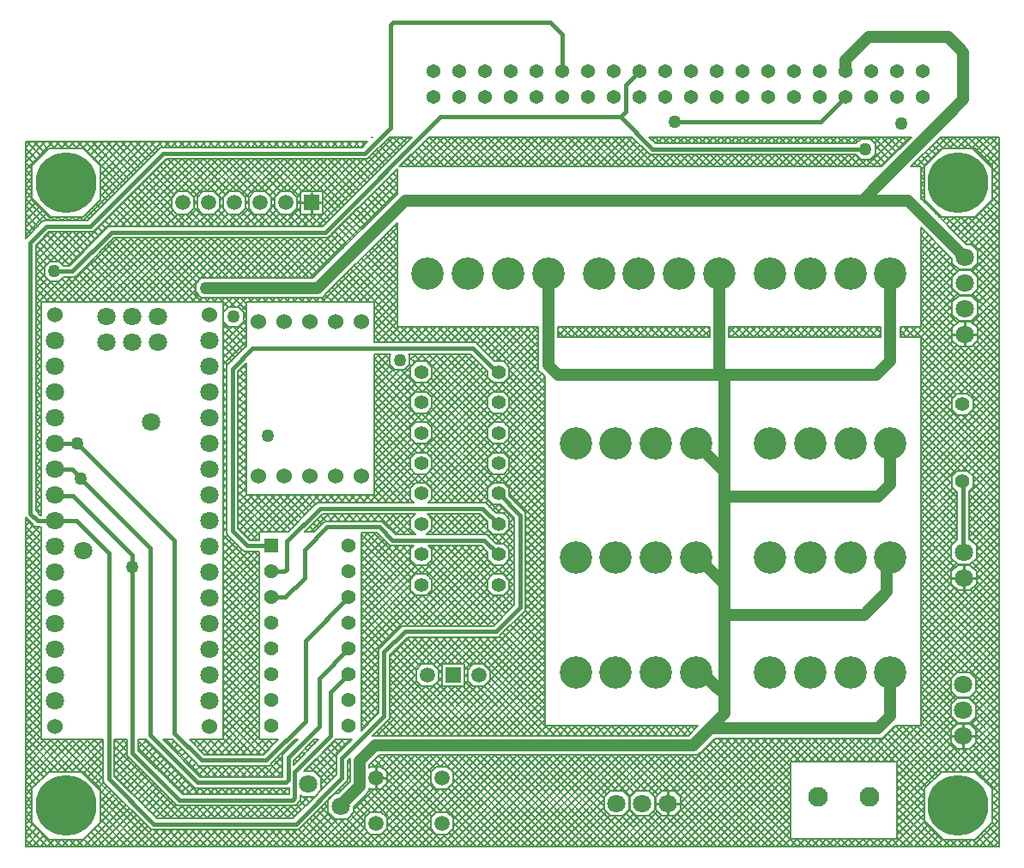
<source format=gbr>
%TF.GenerationSoftware,Altium Limited,Altium Designer,21.8.1 (53)*%
G04 Layer_Physical_Order=4*
G04 Layer_Color=16711680*
%FSLAX43Y43*%
%MOMM*%
%TF.SameCoordinates,B19F3460-6A24-425D-A3EB-0114A067EE95*%
%TF.FilePolarity,Positive*%
%TF.FileFunction,Copper,L4,Bot,Signal*%
%TF.Part,Single*%
G01*
G75*
%TA.AperFunction,NonConductor*%
%ADD10C,0.203*%
%ADD11C,0.254*%
%TA.AperFunction,Conductor*%
%ADD13C,0.400*%
%ADD14C,1.200*%
%TA.AperFunction,ComponentPad*%
%ADD19C,1.400*%
%ADD20R,1.500X1.500*%
%ADD21C,1.500*%
%TA.AperFunction,ViaPad*%
%ADD22C,6.000*%
%TA.AperFunction,ComponentPad*%
%ADD23C,1.370*%
%ADD24C,1.800*%
%ADD25C,1.524*%
%ADD26C,1.425*%
%ADD27R,1.425X1.425*%
%ADD28C,3.200*%
%ADD29C,1.950*%
%TA.AperFunction,ViaPad*%
%ADD30C,1.270*%
%ADD31C,1.800*%
D10*
X94339Y69194D02*
X95645Y70500D01*
X95663D02*
X96517Y69646D01*
X93063Y69356D02*
X94208Y70500D01*
X93782Y69356D02*
X94926Y70500D01*
X94945D02*
X96517Y68927D01*
X93508Y70500D02*
X96517Y67490D01*
X94698Y68835D02*
X96363Y70500D01*
X91627Y69356D02*
X92771Y70500D01*
X90733D02*
X96517D01*
X90908Y69356D02*
X92053Y70500D01*
X91353D02*
X92497Y69356D01*
X92345D02*
X93489Y70500D01*
X92789D02*
X93934Y69356D01*
X92071Y70500D02*
X93215Y69356D01*
X95856Y67434D02*
X96517Y66772D01*
X95856Y66400D02*
X96517Y67062D01*
X96381Y70500D02*
X96517Y70364D01*
X95856Y67119D02*
X96517Y67781D01*
X95856Y65682D02*
X96517Y66344D01*
X95856Y65997D02*
X96517Y65335D01*
X95856Y66715D02*
X96517Y66054D01*
X94226Y70500D02*
X96517Y68209D01*
X95417Y68117D02*
X96517Y69217D01*
X95057Y68476D02*
X96517Y69936D01*
X90822Y69356D02*
X94178D01*
X93934D02*
X95856Y67434D01*
X95776Y67757D02*
X96517Y68499D01*
X94178Y69356D02*
X95856Y67678D01*
X90684Y70450D02*
X91779Y69356D01*
X90325Y70091D02*
X91060Y69356D01*
X89965Y69732D02*
X90582Y69115D01*
X89606Y69373D02*
X90223Y68756D01*
X88404Y67570D02*
X91334Y70500D01*
X89144Y67678D02*
X90822Y69356D01*
X87803Y67570D02*
X90733Y70500D01*
X86324D02*
X87095Y69728D01*
X87042Y70500D02*
X87454Y70088D01*
X84887Y70500D02*
X86377Y69010D01*
X85605Y70500D02*
X86736Y69369D01*
X84812Y67570D02*
X87742Y70500D01*
X84937Y67570D02*
X87867Y70500D01*
X84341Y68805D02*
Y69795D01*
X89144Y67592D02*
X90908Y69356D01*
X89247Y69014D02*
X89864Y68397D01*
X88888Y68654D02*
X89504Y68038D01*
X88800Y66587D02*
X89144Y66242D01*
X88800Y65868D02*
X89144Y65524D01*
X88800Y65092D02*
X89144Y65437D01*
X88800Y65811D02*
X89144Y66155D01*
X88528Y68295D02*
X89145Y67678D01*
X87803Y67570D02*
X88800D01*
X88169Y67936D02*
X88535Y67570D01*
X88800Y67305D02*
X89144Y66961D01*
X88800Y66529D02*
X89144Y66873D01*
X88800Y67247D02*
X89144Y67592D01*
X95856Y65279D02*
X96517Y64617D01*
X95856Y64560D02*
X96517Y63898D01*
X95856Y64322D02*
Y67678D01*
Y64963D02*
X96517Y65625D01*
X95256Y63723D02*
X96517Y62461D01*
X94897Y63364D02*
X96517Y61743D01*
X95615Y64082D02*
X96517Y63180D01*
X92427Y60816D02*
X96517Y64907D01*
X92786Y60457D02*
X96517Y64188D01*
X94178Y62644D02*
X95856Y64322D01*
X94538Y63004D02*
X96517Y61025D01*
X93145Y60098D02*
X96517Y63470D01*
X93681Y59916D02*
X96517Y62752D01*
X94178Y62645D02*
X96517Y60306D01*
X94406Y59203D02*
X96517Y61315D01*
X94406Y58485D02*
X96517Y60596D01*
X94089Y59605D02*
X96517Y62033D01*
X93778Y59916D02*
X94406Y59288D01*
X93896Y57257D02*
X96517Y59878D01*
X94256Y56898D02*
X96517Y59160D01*
X94406Y58032D02*
Y59288D01*
X90822Y62644D02*
X94178D01*
X93461D02*
X96517Y59588D01*
X93328Y59916D02*
X93778D01*
X92024Y62644D02*
X96517Y58151D01*
X91305Y62644D02*
X96517Y57432D01*
X92742Y62644D02*
X96517Y58869D01*
X90272Y62972D02*
X90383Y63083D01*
X90631Y62612D02*
X90743Y62724D01*
X89553Y63690D02*
X89665Y63802D01*
X89912Y63331D02*
X90024Y63443D01*
X91349Y61894D02*
X92100Y62644D01*
X91709Y61535D02*
X92818Y62644D01*
X90990Y62253D02*
X91381Y62644D01*
X89144Y64322D02*
Y67678D01*
X88835Y64409D02*
X89144Y64718D01*
X88800Y64443D02*
Y67570D01*
Y65150D02*
X89144Y64805D01*
X88800Y64443D02*
X93328Y59916D01*
X89144Y64322D02*
X90822Y62644D01*
X89194Y64049D02*
X89306Y64161D01*
X92068Y61176D02*
X93537Y62644D01*
X88800Y57908D02*
X90634Y59742D01*
X88800Y59345D02*
X89916Y60461D01*
X88800Y58626D02*
X90275Y60101D01*
X88800Y60121D02*
X92034Y56887D01*
X88800Y59403D02*
X91894Y56308D01*
X88800Y57189D02*
X90994Y59383D01*
X88800Y61577D02*
X91894Y58482D01*
X88800Y60063D02*
X89557Y60820D01*
X88800Y60782D02*
X89198Y61179D01*
X88800Y61558D02*
X91894Y58463D01*
X88800Y60839D02*
X92393Y57246D01*
X88800Y51750D02*
Y61577D01*
X80632Y69856D02*
X81276Y70500D01*
X82013D02*
X82539Y69974D01*
X79913Y69856D02*
X80558Y70500D01*
X80576D02*
X81221Y69856D01*
X81350D02*
X81995Y70500D01*
X82069Y69856D02*
X82713Y70500D01*
X81295D02*
X81939Y69856D01*
X78421Y70500D02*
X79065Y69856D01*
X78477D02*
X79121Y70500D01*
X77703D02*
X78347Y69856D01*
X77758D02*
X78403Y70500D01*
X79195Y69856D02*
X79839Y70500D01*
X79858D02*
X80502Y69856D01*
X79139Y70500D02*
X79784Y69856D01*
X83893Y70243D02*
X84150Y70500D01*
X84252Y69884D02*
X84868Y70500D01*
X83222Y70291D02*
X83432Y70500D01*
X83450D02*
X83659Y70291D01*
X84341Y69254D02*
X85587Y70500D01*
X84168D02*
X86017Y68651D01*
X83845Y70291D02*
X84341Y69795D01*
X61983Y70500D02*
X87867D01*
X82855Y70291D02*
X83845D01*
X82731Y70500D02*
X82941Y70291D01*
X82420Y69856D02*
X82855Y70291D01*
X62628Y68744D02*
X82420D01*
X62628Y69856D02*
X82420D01*
X71237Y70500D02*
X71881Y69856D01*
X71292D02*
X71937Y70500D01*
X70518D02*
X71163Y69856D01*
X70574D02*
X71218Y70500D01*
X72011Y69856D02*
X72655Y70500D01*
X72674D02*
X73318Y69856D01*
X71955Y70500D02*
X72600Y69856D01*
X69081Y70500D02*
X69726Y69856D01*
X69137D02*
X69782Y70500D01*
X68363D02*
X69007Y69856D01*
X68419D02*
X69063Y70500D01*
X69856Y69856D02*
X70500Y70500D01*
X69856Y69856D02*
X70500Y70500D01*
X69800D02*
X70444Y69856D01*
X75603D02*
X76247Y70500D01*
X76266D02*
X76910Y69856D01*
X74885D02*
X75529Y70500D01*
X75547D02*
X76192Y69856D01*
X76984Y70500D02*
X77629Y69856D01*
X77040D02*
X77684Y70500D01*
X76321Y69856D02*
X76966Y70500D01*
X73392D02*
X74036Y69856D01*
X73448D02*
X74092Y70500D01*
X72729Y69856D02*
X73374Y70500D01*
X74166Y69856D02*
X74811Y70500D01*
X74829D02*
X75473Y69856D01*
X74110Y70500D02*
X74755Y69856D01*
X84341Y69609D02*
X85658Y68292D01*
X84341Y68891D02*
X85299Y67932D01*
X83845Y68309D02*
X84341Y68805D01*
X79458Y68744D02*
X80633Y67570D01*
X83375D02*
X86305Y70500D01*
X84094Y67570D02*
X87024Y70500D01*
X79783Y67570D02*
X80958Y68744D01*
X77628Y67570D02*
X78802Y68744D01*
X78021D02*
X79196Y67570D01*
X76909D02*
X78084Y68744D01*
X77303D02*
X78477Y67570D01*
X78740Y68744D02*
X79914Y67570D01*
X79065D02*
X80239Y68744D01*
X78346Y67570D02*
X79521Y68744D01*
X84024Y68489D02*
X84940Y67573D01*
X82855Y68309D02*
X83845D01*
X82420Y68744D02*
X82855Y68309D01*
X81938Y67570D02*
X82766Y68398D01*
X82332Y68744D02*
X83506Y67570D01*
X83485Y68309D02*
X84225Y67570D01*
X82657D02*
X83396Y68309D01*
X80502Y67570D02*
X81676Y68744D01*
X37353Y67570D02*
X84937D01*
X80177Y68744D02*
X81351Y67570D01*
X81220D02*
X82394Y68744D01*
X81613D02*
X82788Y67570D01*
X80895Y68744D02*
X82069Y67570D01*
X70444D02*
X71618Y68744D01*
X70837D02*
X72011Y67570D01*
X69725D02*
X70900Y68744D01*
X70119D02*
X71293Y67570D01*
X71555Y68744D02*
X72730Y67570D01*
X71881D02*
X73055Y68744D01*
X71162Y67570D02*
X72337Y68744D01*
X67963D02*
X69138Y67570D01*
X68288D02*
X69463Y68744D01*
X67570Y67570D02*
X68744Y68744D01*
X67570Y67570D02*
X68744Y68744D01*
X69007Y67570D02*
X70181Y68744D01*
X69400D02*
X70575Y67570D01*
X68682Y68744D02*
X69856Y67570D01*
X75148Y68744D02*
X76322Y67570D01*
X75473D02*
X76647Y68744D01*
X74429D02*
X75604Y67570D01*
X74754D02*
X75929Y68744D01*
X76191Y67570D02*
X77365Y68744D01*
X76584D02*
X77759Y67570D01*
X75866Y68744D02*
X77040Y67570D01*
X72599D02*
X73773Y68744D01*
X72992D02*
X74167Y67570D01*
X72274Y68744D02*
X73448Y67570D01*
X73711Y68744D02*
X74885Y67570D01*
X74036D02*
X75210Y68744D01*
X73317Y67570D02*
X74492Y68744D01*
X94406Y55611D02*
X96517Y57723D01*
X94406Y56671D02*
X96517Y54559D01*
X94406Y58107D02*
X96517Y55996D01*
X94406Y55492D02*
Y56748D01*
Y55952D02*
X96517Y53840D01*
X94406Y53456D02*
X96517Y55567D01*
X94406Y54174D02*
X96517Y56286D01*
X94406Y58826D02*
X96517Y56714D01*
X93701Y57376D02*
X94406Y56671D01*
X93778Y57404D02*
X94406Y58032D01*
X93778Y57376D02*
X94406Y56748D01*
X94084Y57711D02*
X96517Y55277D01*
X94063Y54550D02*
X96517Y57004D01*
X94406Y56329D02*
X96517Y58441D01*
X93917Y55004D02*
X96517Y52404D01*
X93871Y52202D02*
X96517Y54849D01*
X94276Y55363D02*
X96517Y53122D01*
X94406Y52952D02*
Y54208D01*
Y53797D02*
X96517Y51685D01*
X94406Y51300D02*
X96517Y53412D01*
X94230Y51843D02*
X96517Y54131D01*
X93778Y54836D02*
X94406Y54208D01*
X93778Y52324D02*
X94406Y52952D01*
X93778Y54864D02*
X94406Y55492D01*
X92522Y54836D02*
X93778D01*
Y52296D02*
X94406Y51668D01*
X93752Y52296D02*
X94406Y51642D01*
X92522Y57404D02*
X93778D01*
X92522Y57376D02*
X93778D01*
X91894Y58032D02*
Y58482D01*
Y58032D02*
X92522Y57404D01*
X91894Y56748D02*
X92522Y57376D01*
X91894Y56692D02*
X92578Y57376D01*
X91894Y55492D02*
Y56748D01*
X88800Y57966D02*
X92226Y54540D01*
X88800Y54316D02*
X92205Y57721D01*
X88800Y55034D02*
X91894Y58129D01*
X88800Y57247D02*
X91894Y54153D01*
X88800Y56529D02*
X91894Y53434D01*
X88800Y52879D02*
X91894Y55973D01*
X88800Y53597D02*
X91894Y56692D01*
X92522Y54864D02*
X93778D01*
X92522Y52324D02*
X93778D01*
X91894Y52952D02*
Y54208D01*
Y52952D02*
X92522Y52324D01*
X91894Y51663D02*
X92527Y52296D01*
X92522D02*
X93778D01*
X91894Y51668D02*
X92522Y52296D01*
X91894Y55590D02*
X92620Y54864D01*
X91894Y54208D02*
X92522Y54836D01*
X91894Y55492D02*
X92522Y54864D01*
X88800Y55810D02*
X92419Y52192D01*
X88800Y55092D02*
X92059Y51833D01*
X88800Y54374D02*
X91894Y51279D01*
X94406Y51642D02*
X96517Y49530D01*
X94406Y50923D02*
X96517Y48811D01*
X94406Y50582D02*
X96517Y52694D01*
X94110Y52656D02*
X96517Y50248D01*
X93956Y44385D02*
X96517Y46946D01*
X93956Y43666D02*
X96517Y46228D01*
X94302Y50309D02*
X96517Y48093D01*
X88800Y52937D02*
X96517Y45219D01*
X92671Y49784D02*
X96517Y45938D01*
X93943Y49949D02*
X96517Y47375D01*
X93389Y49784D02*
X96517Y46656D01*
X93310Y45176D02*
X96517Y48383D01*
X93728Y44875D02*
X96517Y47665D01*
X92591Y45176D02*
X96517Y49102D01*
X93536Y43172D02*
X96517Y40190D01*
X93869Y37114D02*
X96517Y39762D01*
X93956Y44189D02*
X96517Y41627D01*
X93895Y43531D02*
X96517Y40909D01*
X93956Y37005D02*
X96517Y34443D01*
X93956Y36286D02*
X96517Y33725D01*
X93956Y36482D02*
X96517Y39044D01*
X92874Y37556D02*
X96517Y41199D01*
X93510Y37473D02*
X96517Y40481D01*
X92925Y43064D02*
X96517Y39472D01*
X93531Y34620D02*
X96517Y37607D01*
X93531Y33902D02*
X96517Y36888D01*
X93531Y35338D02*
X96517Y38325D01*
X94406Y53078D02*
X96517Y50967D01*
X94406Y50412D02*
Y51668D01*
X93778Y49784D02*
X94406Y50412D01*
X93428Y45176D02*
X93956Y44648D01*
X92522Y49784D02*
X93778D01*
X91894Y50412D02*
X92522Y49784D01*
X88800Y53655D02*
X91894Y50561D01*
Y50412D02*
Y51668D01*
X91844Y44648D02*
X92372Y45176D01*
X93428D01*
X91844Y43592D02*
Y44648D01*
X93428Y43064D02*
X93956Y43592D01*
X93428Y37556D02*
X93956Y37028D01*
Y43592D02*
Y44648D01*
X93354Y43064D02*
X93956Y43666D01*
Y35972D02*
Y37028D01*
X93531Y35547D02*
X93956Y35972D01*
X93405Y37556D02*
X93956Y37005D01*
X92372Y43064D02*
X93428D01*
X92372Y37556D02*
X93428D01*
X91844Y43592D02*
X92372Y43064D01*
X91844Y37028D02*
X92372Y37556D01*
X91844Y35972D02*
X92372Y35444D01*
X91844Y35972D02*
Y37028D01*
X88800Y58684D02*
X91894Y55590D01*
X88800Y52161D02*
X92013Y55374D01*
X88800Y56471D02*
X91353Y59024D01*
X88800Y55753D02*
X91712Y58665D01*
X82361Y50750D02*
X83361Y51750D01*
X82803D02*
X83803Y50750D01*
X82084Y51750D02*
X83084Y50750D01*
X80205D02*
X81205Y51750D01*
X80647D02*
X81647Y50750D01*
X79487D02*
X80487Y51750D01*
X79929D02*
X80929Y50750D01*
X81366Y51750D02*
X82366Y50750D01*
X81642D02*
X82642Y51750D01*
X80924Y50750D02*
X81924Y51750D01*
X86756Y50835D02*
X87671Y51750D01*
X86756D02*
X88800D01*
X84844Y50750D02*
Y51750D01*
X86756Y51553D02*
X86953Y51750D01*
X86756Y51389D02*
X87395Y50750D01*
X86756D02*
X88800D01*
X86756D02*
Y51750D01*
X69876D02*
X84844D01*
X84239D02*
X84844Y51145D01*
X83079Y50750D02*
X84079Y51750D01*
X83797Y50750D02*
X84797Y51750D01*
X84516Y50750D02*
X84844Y51079D01*
X83521Y51750D02*
X84521Y50750D01*
X73021D02*
X74021Y51750D01*
X73463D02*
X74463Y50750D01*
X72303D02*
X73303Y51750D01*
X72745D02*
X73745Y50750D01*
X74181Y51750D02*
X75181Y50750D01*
X74458D02*
X75458Y51750D01*
X73739Y50750D02*
X74739Y51750D01*
X70589D02*
X71589Y50750D01*
X70866D02*
X71866Y51750D01*
X69876Y51197D02*
X70429Y51750D01*
X70147Y50750D02*
X71147Y51750D01*
X71584Y50750D02*
X72584Y51750D01*
X72026D02*
X73026Y50750D01*
X71308Y51750D02*
X72308Y50750D01*
X77774Y51750D02*
X78774Y50750D01*
X78050D02*
X79050Y51750D01*
X77055D02*
X78055Y50750D01*
X77332D02*
X78332Y51750D01*
X78768Y50750D02*
X79768Y51750D01*
X79210D02*
X80210Y50750D01*
X78492Y51750D02*
X79492Y50750D01*
X75176D02*
X76176Y51750D01*
X75618D02*
X76618Y50750D01*
X74900Y51750D02*
X75900Y50750D01*
X76337Y51750D02*
X77337Y50750D01*
X76613D02*
X77613Y51750D01*
X75895Y50750D02*
X76895Y51750D01*
X88800Y52218D02*
X96517Y44501D01*
X88800Y44976D02*
X93608Y49784D01*
X88800Y45695D02*
X92890Y49784D01*
X88800Y49345D02*
X92969Y45176D01*
X88800Y45753D02*
X96517Y38035D01*
X88800Y37792D02*
X96517Y45509D01*
X88800Y46471D02*
X96517Y38754D01*
X87831Y51750D02*
X96517Y43064D01*
X88800Y43539D02*
X96517Y51257D01*
X88800Y44258D02*
X96517Y51975D01*
X88550Y51750D02*
X96517Y43783D01*
X88800Y50063D02*
X96517Y42346D01*
X88800Y42103D02*
X96517Y49820D01*
X88800Y42821D02*
X96517Y50538D01*
X88800Y38511D02*
X93354Y43064D01*
X88800Y42160D02*
X93405Y37556D01*
X88800Y39229D02*
X92635Y43064D01*
X88800Y41442D02*
X92686Y37556D01*
X88800Y34918D02*
X96517Y42636D01*
X88800Y34200D02*
X96517Y41917D01*
X88800Y42879D02*
X96517Y35161D01*
X88800Y37074D02*
X96517Y44791D01*
X88800Y44316D02*
X96517Y36598D01*
X88800Y45034D02*
X96517Y37317D01*
X88800Y43597D02*
X96517Y35880D01*
X88800Y35637D02*
X96517Y43354D01*
X88800Y36355D02*
X96517Y44073D01*
X88800Y49287D02*
X92180Y52667D01*
X88800Y48568D02*
X91894Y51663D01*
X88800Y50724D02*
X91894Y53818D01*
X88800Y50005D02*
X91894Y53100D01*
X88800Y47132D02*
X91988Y50319D01*
X88800Y46413D02*
X92347Y49960D01*
X88800Y47850D02*
X91894Y50944D01*
X69876Y51745D02*
X70871Y50750D01*
X69876D02*
X84844D01*
X69876D02*
Y51750D01*
Y51027D02*
X70153Y50750D01*
X88108D02*
X92372Y55014D01*
X87389Y50750D02*
X88389Y51750D01*
X87113D02*
X88113Y50750D01*
X88800Y40724D02*
X92170Y37353D01*
X88800Y38568D02*
X92419Y34949D01*
X88800Y40005D02*
X91844Y36961D01*
X88800Y39287D02*
X91844Y36242D01*
X88800Y37850D02*
X92419Y34230D01*
X88800Y37131D02*
X92419Y33512D01*
X88800Y33482D02*
X91844Y36526D01*
X88800Y48626D02*
X92311Y45115D01*
X88800Y47908D02*
X91952Y44756D01*
X88800Y47189D02*
X91844Y44145D01*
X88800Y40666D02*
X91844Y43710D01*
X88800Y39947D02*
X92145Y43292D01*
X88800Y41384D02*
X91844Y44429D01*
X65489Y70500D02*
X66134Y69856D01*
X65545D02*
X66189Y70500D01*
X64771D02*
X65415Y69856D01*
X64827D02*
X65471Y70500D01*
X66263Y69856D02*
X66908Y70500D01*
X66926D02*
X67571Y69856D01*
X66208Y70500D02*
X66852Y69856D01*
X63334Y70500D02*
X63979Y69856D01*
X63390D02*
X64034Y70500D01*
X62616D02*
X63260Y69856D01*
X62671D02*
X63316Y70500D01*
X64053D02*
X64697Y69856D01*
X64108D02*
X64753Y70500D01*
X59742D02*
X62672Y67570D01*
X67645Y70500D02*
X68289Y69856D01*
X67700D02*
X68345Y70500D01*
X66982Y69856D02*
X67626Y70500D01*
X66133Y67570D02*
X67308Y68744D01*
X66852Y67570D02*
X68026Y68744D01*
X67245D02*
X68419Y67570D01*
X66527Y68744D02*
X67701Y67570D01*
X64371Y68744D02*
X65546Y67570D01*
X64696D02*
X65871Y68744D01*
X62072D02*
X62628D01*
X62934D02*
X64109Y67570D01*
X65415D02*
X66589Y68744D01*
X65808D02*
X66983Y67570D01*
X65090Y68744D02*
X66264Y67570D01*
X56150Y70500D02*
X59080Y67570D01*
X56794D02*
X59724Y70500D01*
X55431D02*
X58361Y67570D01*
X56075D02*
X59005Y70500D01*
X57587D02*
X60517Y67570D01*
X58305Y70500D02*
X61235Y67570D01*
X56868Y70500D02*
X59798Y67570D01*
X53920D02*
X56850Y70500D01*
X53995D02*
X56925Y67570D01*
X53202D02*
X56132Y70500D01*
X53276D02*
X56206Y67570D01*
X54713Y70500D02*
X57643Y67570D01*
X55357D02*
X58287Y70500D01*
X54638Y67570D02*
X57568Y70500D01*
X62290Y70193D02*
X62597Y70500D01*
X61983D02*
X62628Y69856D01*
X61794Y69022D02*
X62072Y68744D01*
X61794Y69022D02*
X62072Y68744D01*
X61104Y67570D02*
X62279Y68744D01*
X62072D02*
X62628D01*
X60386Y67570D02*
X61816Y69000D01*
X60317Y70500D02*
X61794Y69022D01*
X58231Y67570D02*
X60739Y70078D01*
X57512Y67570D02*
X60379Y70437D01*
X59024Y70500D02*
X61954Y67570D01*
X59667D02*
X61457Y69360D01*
X58949Y67570D02*
X61098Y69719D01*
X63653Y68744D02*
X64827Y67570D01*
X63978D02*
X65152Y68744D01*
X63259Y67570D02*
X64434Y68744D01*
X62963Y50750D02*
X63963Y51750D01*
X63682Y50750D02*
X64682Y51750D01*
X64124D02*
X65124Y50750D01*
X63405Y51750D02*
X64405Y50750D01*
X62216Y68744D02*
X63390Y67570D01*
X62541D02*
X63715Y68744D01*
X61823Y67570D02*
X62997Y68744D01*
X61526Y50750D02*
X62526Y51750D01*
X62245Y50750D02*
X63245Y51750D01*
X62687D02*
X63687Y50750D01*
X61968Y51750D02*
X62968Y50750D01*
X67716Y51750D02*
X67964Y51501D01*
X66997Y51750D02*
X67964Y50783D01*
X65837Y50750D02*
X66837Y51750D01*
X66279D02*
X67279Y50750D01*
X67964D02*
Y51750D01*
X67274Y50750D02*
X67964Y51441D01*
X66555Y50750D02*
X67555Y51750D01*
X52996D02*
X67964D01*
X52996Y50750D02*
X67964D01*
X64400D02*
X65400Y51750D01*
X65118Y50750D02*
X66118Y51750D01*
X65560D02*
X66560Y50750D01*
X64842Y51750D02*
X65842Y50750D01*
X55503Y51750D02*
X56503Y50750D01*
X55779D02*
X56779Y51750D01*
X54784D02*
X55784Y50750D01*
X55061D02*
X56061Y51750D01*
X56497Y50750D02*
X57497Y51750D01*
X56939D02*
X57939Y50750D01*
X56221Y51750D02*
X57221Y50750D01*
X52996Y50840D02*
X53905Y51750D01*
X53347D02*
X54347Y50750D01*
X52996D02*
Y51750D01*
Y51559D02*
X53187Y51750D01*
X54066D02*
X55066Y50750D01*
X54342D02*
X55342Y51750D01*
X53624Y50750D02*
X54624Y51750D01*
X59813D02*
X60813Y50750D01*
X60089D02*
X61089Y51750D01*
X59095D02*
X60095Y50750D01*
X59371D02*
X60371Y51750D01*
X60808Y50750D02*
X61808Y51750D01*
X61250D02*
X62250Y50750D01*
X60531Y51750D02*
X61531Y50750D01*
X57216D02*
X58216Y51750D01*
X57658D02*
X58658Y50750D01*
X52996Y51383D02*
X53629Y50750D01*
X58376Y51750D02*
X59376Y50750D01*
X58653D02*
X59653Y51750D01*
X57934Y50750D02*
X58934Y51750D01*
X46810Y70500D02*
X49740Y67570D01*
X47454D02*
X50384Y70500D01*
X46092D02*
X49022Y67570D01*
X46736D02*
X49666Y70500D01*
X48173Y67570D02*
X51103Y70500D01*
X48247D02*
X51177Y67570D01*
X47529Y70500D02*
X50459Y67570D01*
X44581D02*
X47511Y70500D01*
X44655D02*
X47585Y67570D01*
X43862D02*
X46792Y70500D01*
X43937D02*
X46867Y67570D01*
X45374Y70500D02*
X48304Y67570D01*
X46017D02*
X48947Y70500D01*
X45299Y67570D02*
X48229Y70500D01*
X51121D02*
X54051Y67570D01*
X51765D02*
X54695Y70500D01*
X50403D02*
X53333Y67570D01*
X51046D02*
X53976Y70500D01*
X52483Y67570D02*
X55413Y70500D01*
X52558D02*
X55488Y67570D01*
X51839Y70500D02*
X54769Y67570D01*
X48966Y70500D02*
X51896Y67570D01*
X40283Y70500D02*
X60317D01*
X48891Y67570D02*
X51821Y70500D01*
X49684D02*
X52614Y67570D01*
X50328D02*
X53258Y70500D01*
X49609Y67570D02*
X52539Y70500D01*
X40345D02*
X43275Y67570D01*
X40988D02*
X43918Y70500D01*
X39552Y67570D02*
X42482Y70500D01*
X40270Y67570D02*
X43200Y70500D01*
X41707Y67570D02*
X44637Y70500D01*
X41781D02*
X44711Y67570D01*
X41063Y70500D02*
X43993Y67570D01*
X38189Y70500D02*
X38403Y70286D01*
X37353Y67570D02*
X40283Y70500D01*
X36753D02*
X37685Y69568D01*
X37471Y70500D02*
X38044Y69927D01*
X38115Y67570D02*
X41045Y70500D01*
X38833Y67570D02*
X41763Y70500D01*
X37396Y67570D02*
X40326Y70500D01*
X42425Y67570D02*
X45355Y70500D01*
X39955Y70171D02*
X42556Y67570D01*
X39596Y69812D02*
X41838Y67570D01*
X39236Y69453D02*
X41119Y67570D01*
X43144D02*
X46074Y70500D01*
X43218D02*
X46148Y67570D01*
X42500Y70500D02*
X45430Y67570D01*
X38159Y68375D02*
X38964Y67570D01*
X37800Y68016D02*
X38246Y67570D01*
X37440Y67657D02*
X37527Y67570D01*
X38877Y69094D02*
X40401Y67570D01*
X38518Y68735D02*
X39683Y67570D01*
X37081Y67298D02*
X37160Y67219D01*
X49755Y51750D02*
X51084Y50421D01*
X49037Y51750D02*
X51084Y49702D01*
X46130Y49004D02*
X48876Y51750D01*
X50474D02*
X51084Y51139D01*
X46919Y48356D02*
X50313Y51750D01*
X47637Y48356D02*
X51032Y51750D01*
X46489Y48644D02*
X49595Y51750D01*
X45052Y50081D02*
X46721Y51750D01*
X37160D02*
X51084D01*
X43740Y50206D02*
X45284Y51750D01*
X44458Y50206D02*
X46003Y51750D01*
X45411Y49722D02*
X47439Y51750D01*
X45771Y49363D02*
X48158Y51750D01*
X44008D02*
X47402Y48356D01*
X47600Y51750D02*
X51084Y48265D01*
X48007Y48007D02*
X51084Y51084D01*
X48318Y51750D02*
X51084Y48984D01*
Y48438D02*
Y51750D01*
X46881D02*
X51084Y47547D01*
X48186Y47467D02*
X51084Y50366D01*
X48007Y48007D02*
X51084Y51084D01*
X44928Y50206D02*
X45206Y49928D01*
X44928Y50206D02*
X45206Y49928D01*
X44372Y50206D02*
X44928D01*
X45445Y51750D02*
X51760Y45435D01*
X44726Y51750D02*
X51760Y44716D01*
X46163Y51750D02*
X51760Y46153D01*
X37542Y51750D02*
X39086Y50206D01*
X37992D02*
X39537Y51750D01*
X37160D02*
Y62027D01*
X37274Y50206D02*
X38818Y51750D01*
X38711Y50206D02*
X40255Y51750D01*
X38979D02*
X40523Y50206D01*
X38261Y51750D02*
X39805Y50206D01*
X36994Y64728D02*
X37160Y64893D01*
X36994Y64728D02*
X37160Y64893D01*
Y67377D01*
X36722Y66939D02*
X37160Y66500D01*
X36523Y61390D02*
X37160Y60753D01*
X36556Y50206D02*
X38100Y51750D01*
X36882Y61749D02*
X37160Y61471D01*
X42303Y50206D02*
X43847Y51750D01*
X42571D02*
X44115Y50206D01*
X41585D02*
X43129Y51750D01*
X41853D02*
X43397Y50206D01*
X43289Y51750D02*
X44834Y50206D01*
X44372D02*
X44928D01*
X43021D02*
X44566Y51750D01*
X39697D02*
X41242Y50206D01*
X40148D02*
X41692Y51750D01*
X39429Y50206D02*
X40974Y51750D01*
X40866Y50206D02*
X42411Y51750D01*
X41134D02*
X42679Y50206D01*
X40416Y51750D02*
X41960Y50206D01*
X51084Y47482D02*
X51562Y47004D01*
X51084Y47482D02*
X51562Y47004D01*
X51084Y47482D02*
Y48438D01*
Y47482D02*
Y48438D01*
X51562Y47004D02*
X51760Y46807D01*
X48186Y46854D02*
X51760Y43279D01*
X48186Y43875D02*
X51439Y47128D01*
X47511Y45356D02*
X51084Y48929D01*
X47944Y45070D02*
X51084Y48211D01*
X46792Y45356D02*
X51084Y49648D01*
X47658Y46244D02*
X48186Y46772D01*
Y47572D02*
X51760Y43998D01*
X47385Y42356D02*
X51760Y46731D01*
X48186Y44593D02*
X51084Y47492D01*
X48186Y44699D02*
X51760Y41124D01*
X48186Y41001D02*
X51760Y44576D01*
X48186Y41720D02*
X51760Y45294D01*
X48186Y43772D02*
Y44828D01*
Y43980D02*
X51760Y40406D01*
X47930Y43517D02*
X51760Y39687D01*
X48186Y40772D02*
Y41828D01*
X47358Y46244D02*
X51760Y41843D01*
X47880Y42133D02*
X51760Y46013D01*
X47867Y46454D02*
X51760Y42561D01*
X47658Y43244D02*
X48186Y43772D01*
X47655Y42356D02*
X48186Y41825D01*
X47658Y40244D02*
X48186Y40772D01*
X47658Y42356D02*
X48186Y41828D01*
X47658Y48356D02*
X48186Y47828D01*
Y46772D02*
Y47828D01*
X46778Y48356D02*
X47658D01*
X46074Y46772D02*
X46602Y46244D01*
X46640D02*
X47529Y45356D01*
X46602Y46244D02*
X47658D01*
X46074Y44828D02*
X46602Y45356D01*
X45206Y49928D02*
X46778Y48356D01*
X46074Y46772D02*
Y47392D01*
X44372Y49094D02*
X46074Y47392D01*
X43790Y49094D02*
X46074Y46810D01*
X43071Y49094D02*
X46810Y45356D01*
X46074Y46810D02*
X46640Y46244D01*
X42353Y49094D02*
X46347Y45100D01*
X47658Y45356D02*
X48186Y44828D01*
X46602Y42356D02*
X47658D01*
X46602Y45356D02*
X47658D01*
X46602Y43244D02*
X47658D01*
X46766D02*
X47655Y42356D01*
X46602Y40244D02*
X47658D01*
X46666Y42356D02*
X47555Y43244D01*
X46074Y43772D02*
X46602Y43244D01*
X46074Y41828D02*
X46602Y42356D01*
X46074Y43772D02*
Y44828D01*
Y41764D02*
X46666Y42356D01*
X46074Y40772D02*
X46602Y40244D01*
X46074Y40772D02*
Y41828D01*
X48186Y41825D02*
X51760Y38251D01*
X48186Y38128D02*
X51760Y41702D01*
X47817Y39196D02*
X51760Y43139D01*
X48176Y38837D02*
X51760Y42421D01*
X47994Y40580D02*
X51760Y36814D01*
X48113Y35900D02*
X51760Y39547D01*
X48186Y41106D02*
X51760Y37532D01*
X47485Y43244D02*
X51760Y38969D01*
X47132Y36356D02*
X51760Y40984D01*
X47258Y39356D02*
X51760Y43857D01*
X47658Y39356D02*
X48186Y38828D01*
X47611Y40244D02*
X51760Y36095D01*
X46892Y40244D02*
X51760Y35377D01*
X47754Y36259D02*
X51760Y40265D01*
X48816Y34447D02*
X51760Y37392D01*
X49175Y34088D02*
X51760Y36673D01*
X48457Y34807D02*
X51760Y38110D01*
X48186Y35078D02*
X49528Y33736D01*
X49534Y33729D02*
X51760Y35955D01*
X49528Y33736D02*
X49806Y33458D01*
X49528Y33736D02*
X49806Y33458D01*
X48186Y35254D02*
X51760Y38828D01*
X47658Y36356D02*
X48186Y35828D01*
X47658Y37244D02*
X48186Y37772D01*
Y38233D02*
X51760Y34658D01*
X48057Y37643D02*
X51760Y33940D01*
X48186Y35078D02*
Y35828D01*
X48186Y37772D02*
Y38828D01*
X46602Y37244D02*
X47658D01*
X46602Y39356D02*
X47658D01*
X46074Y37772D02*
X46602Y37244D01*
X46074Y35828D02*
X46602Y36356D01*
X47658D01*
X46074Y34772D02*
Y35828D01*
X46074Y38828D02*
X46602Y39356D01*
X43027Y34406D02*
X46234Y37613D01*
X46074Y37772D02*
Y38828D01*
X42308Y34406D02*
X46074Y38172D01*
X43745Y34406D02*
X46593Y37254D01*
X44464Y34406D02*
X47302Y37244D01*
X45182Y34406D02*
X46074Y35298D01*
X46597Y33666D02*
X47176Y34244D01*
X46602D02*
X47352D01*
X46238Y34025D02*
X46530Y34317D01*
X46136Y34128D02*
X46908Y33356D01*
X47691Y33322D02*
X47983Y33614D01*
X46908Y33356D02*
X47658D01*
X47006D02*
X47623Y33973D01*
X45879Y34384D02*
X46171Y34676D01*
X45302Y34406D02*
X45858D01*
X45302D02*
X45858D01*
X46074Y34772D02*
X46602Y34244D01*
X45858Y34406D02*
X46136Y34128D01*
X45858Y34406D02*
X46136Y34128D01*
X40566Y47031D02*
X42629Y49094D01*
X40541Y44852D02*
X44578Y48889D01*
X40245Y48148D02*
X41192Y49094D01*
X40566Y47750D02*
X41910Y49094D01*
X41635D02*
X46074Y44655D01*
X40916Y49094D02*
X46074Y43936D01*
X40566Y44158D02*
X44937Y48529D01*
X40182Y45211D02*
X44065Y49094D01*
X38292D02*
X44372D01*
X39608Y45356D02*
X43347Y49094D01*
X40038Y48356D02*
X40566Y47828D01*
X39479Y49094D02*
X46410Y42164D01*
X40198Y49094D02*
X46936Y42356D01*
X39482D02*
X45296Y48170D01*
X40478Y41915D02*
X46015Y47452D01*
X40566Y47290D02*
X46074Y41781D01*
X40566Y46772D02*
Y47828D01*
Y43772D02*
Y44828D01*
Y41284D02*
X46074Y46793D01*
X40465Y46672D02*
X46074Y41062D01*
X40566Y40772D02*
Y41828D01*
X40038Y45356D02*
X40566Y44828D01*
X40038Y43244D02*
X40566Y43772D01*
X40038Y46244D02*
X40566Y46772D01*
X40119Y42274D02*
X45656Y47811D01*
X40038Y40244D02*
X40566Y40772D01*
X40038Y42356D02*
X40566Y41828D01*
X39735Y48356D02*
X40473Y49094D01*
X38982Y48356D02*
X40038D01*
X38761Y49094D02*
X39500Y48356D01*
X39016D02*
X39755Y49094D01*
X38454Y47828D02*
X38982Y48356D01*
X38454Y47794D02*
X39016Y48356D01*
X38454Y46772D02*
Y47828D01*
X38391Y48449D02*
X39036Y49094D01*
X38391Y48746D02*
X38882Y48255D01*
X38292Y49094D02*
X38391Y48995D01*
Y48005D02*
Y48995D01*
Y48028D02*
X38522Y47896D01*
X38043Y47657D02*
X38454Y47246D01*
X37895Y47509D02*
X38391Y48005D01*
X38982Y43244D02*
X40038D01*
X38982Y42356D02*
X40038D01*
X38982Y46244D02*
X40038D01*
X38982Y45356D02*
X40038D01*
X38454Y41828D02*
X38982Y42356D01*
X38454Y40772D02*
X38982Y40244D01*
X38454Y40772D02*
Y41828D01*
X37472Y47509D02*
X39626Y45356D01*
X38454Y46772D02*
X38982Y46244D01*
X36905Y47509D02*
X37895D01*
X38454Y44828D02*
X38982Y45356D01*
X38454Y43772D02*
X38982Y43244D01*
X38454Y43772D02*
Y44828D01*
X40106Y46312D02*
X47063Y39356D01*
X40566Y44416D02*
X46114Y38867D01*
X40415Y38978D02*
X46074Y44638D01*
X40566Y38410D02*
X46074Y43919D01*
X40169Y43376D02*
X47189Y36356D01*
X40352Y36041D02*
X46074Y41764D01*
X40528Y43735D02*
X46074Y38189D01*
X39456Y46244D02*
X46473Y39227D01*
X40056Y39337D02*
X46963Y46244D01*
X39356Y39356D02*
X46423Y46423D01*
X39356Y39356D02*
X46423Y46423D01*
X39582Y43244D02*
X46536Y36290D01*
X39948Y36356D02*
X46836Y43244D01*
X39229Y36356D02*
X46360Y43486D01*
X40566Y40824D02*
X46074Y35315D01*
X40566Y34818D02*
X46297Y40550D01*
X40566Y35537D02*
X46074Y41045D01*
X40566Y38669D02*
X44829Y34406D01*
X40871D02*
X46710Y40244D01*
X41590Y34406D02*
X47429Y40244D01*
X40566Y37950D02*
X44110Y34406D01*
X40566Y41542D02*
X46177Y35931D01*
X39708Y40244D02*
X45547Y34406D01*
X40199D02*
X45302D01*
X40232Y40439D02*
X47315Y33356D01*
X40099Y33294D02*
X45302D01*
X40295Y37502D02*
X43392Y34406D01*
X40038Y39356D02*
X40566Y38828D01*
Y37772D02*
Y38828D01*
X38990Y40244D02*
X39879Y39356D01*
X38982Y37244D02*
X40038D01*
X40566Y37772D01*
X39835Y37244D02*
X42673Y34406D01*
X39116Y37244D02*
X40005Y36356D01*
X38982Y40244D02*
X40038D01*
X38982Y39356D02*
X40038D01*
X38454Y40780D02*
X38990Y40244D01*
X38454Y38828D02*
X38982Y39356D01*
X38454Y37772D02*
X38982Y37244D01*
X36561Y34406D02*
X39400Y37244D01*
X38454Y37772D02*
Y38828D01*
X40566Y34772D02*
Y35828D01*
X40199Y34406D02*
X40566Y34772D01*
X40038Y36356D02*
X40566Y35828D01*
X40005Y36356D02*
X40566Y35795D01*
X41955Y34406D01*
X40566Y35076D02*
X41236Y34406D01*
X40359Y34565D02*
X40518Y34406D01*
X38454Y35828D02*
X38982Y36356D01*
X40038D01*
X38454Y34772D02*
Y35828D01*
X37998Y34406D02*
X38454Y34862D01*
Y34772D02*
X38821Y34406D01*
X37279D02*
X38454Y35581D01*
X93531Y33119D02*
X96517Y30132D01*
X94206Y30267D02*
X96517Y32578D01*
X93753Y35770D02*
X96517Y33006D01*
X93847Y30626D02*
X96517Y33296D01*
X93531Y30964D02*
X96517Y27977D01*
X94014Y27919D02*
X96517Y30423D01*
X93531Y31682D02*
X96517Y28696D01*
X93531Y35275D02*
X96517Y32288D01*
X93531Y31746D02*
X96517Y34733D01*
X93531Y33183D02*
X96517Y36170D01*
X93531Y32465D02*
X96517Y35452D01*
X93531Y31028D02*
X96517Y34015D01*
X93531Y33838D02*
X96517Y30851D01*
X93531Y34556D02*
X96517Y31569D01*
X94306Y26774D02*
X96517Y28986D01*
X94226Y28832D02*
X96517Y26540D01*
X94306Y27492D02*
X96517Y29704D01*
X94306Y29471D02*
X96517Y27259D01*
X94306Y26597D02*
X96517Y24385D01*
X94087Y17216D02*
X96517Y19646D01*
X94306Y27315D02*
X96517Y25104D01*
X93700Y25766D02*
X96517Y22948D01*
X93003Y25744D02*
X96517Y22230D01*
X93866Y28473D02*
X96517Y25822D01*
X94059Y26125D02*
X96517Y23667D01*
X93110Y17676D02*
X96517Y21083D01*
X93728Y17575D02*
X96517Y20365D01*
X92391Y17676D02*
X96517Y21802D01*
X94306Y29648D02*
X96517Y31859D01*
X94306Y28929D02*
X96517Y31141D01*
X93531Y30796D02*
X93678D01*
X94306Y30168D01*
X93661Y28284D02*
X94306Y28929D01*
X93678Y28284D02*
X94306Y28912D01*
Y30168D01*
X93531Y30796D02*
Y35547D01*
Y32401D02*
X96517Y29414D01*
X92419Y30793D02*
Y35444D01*
X91794Y30168D02*
X92419Y30793D01*
X91794Y28912D02*
X92422Y28284D01*
X93678D01*
X91794Y28912D02*
Y30168D01*
X93678Y28256D02*
X94306Y27628D01*
Y26372D02*
Y27628D01*
X93678Y25744D02*
X94306Y26372D01*
X92422Y25744D02*
X93678D01*
X92422Y28256D02*
X93678D01*
X91794Y27628D02*
X92422Y28256D01*
X91794Y26372D02*
X92422Y25744D01*
X92372Y17676D02*
X93628D01*
X91794Y26372D02*
Y27628D01*
X94256Y15948D02*
X96517Y18209D01*
X94256Y16589D02*
X96517Y14327D01*
X94256Y16666D02*
X96517Y18928D01*
X94256Y15792D02*
Y17048D01*
X96517Y483D02*
Y70500D01*
X94256Y15871D02*
X96517Y13609D01*
X94256Y13792D02*
X96517Y16054D01*
X93895Y14869D02*
X96517Y17491D01*
X94254Y14509D02*
X96517Y16773D01*
X93628Y17676D02*
X94256Y17048D01*
X93628Y15164D02*
X94256Y15792D01*
X93936Y15472D02*
X96517Y12890D01*
X93702Y12521D02*
X96517Y15336D01*
X93628Y15136D02*
X94256Y14508D01*
Y13715D02*
X96517Y11454D01*
X94256Y10919D02*
X96517Y13181D01*
X94256Y14434D02*
X96517Y12172D01*
X94256Y11637D02*
X96517Y13899D01*
X94128Y13125D02*
X96517Y10735D01*
X94256Y11560D02*
X96517Y9298D01*
X94256Y10712D02*
Y11968D01*
X94062Y12162D02*
X96517Y14617D01*
X93628Y12596D02*
X94256Y11968D01*
X93628Y12624D02*
X94256Y13252D01*
X91911Y7856D02*
X96517Y12462D01*
X92629Y7856D02*
X96517Y11744D01*
X93769Y12765D02*
X96517Y10017D01*
X91744Y17029D02*
X92391Y17676D01*
X91744Y15792D02*
X92372Y15164D01*
X91744Y17048D02*
X92372Y17676D01*
X91744Y15792D02*
Y17048D01*
X92372Y15164D02*
X93628D01*
X92372Y15136D02*
X93628D01*
X91744Y14508D02*
X92372Y15136D01*
X88800Y18453D02*
X92245Y15008D01*
X88800Y17734D02*
X91885Y14649D01*
X88800Y14084D02*
X91744Y17029D01*
X88800Y17016D02*
X91744Y14071D01*
X88800Y16297D02*
X91744Y13353D01*
X88800Y12647D02*
X91845Y15692D01*
X88800Y13366D02*
X91744Y16310D01*
X93554Y15136D02*
X94256Y14434D01*
Y13252D02*
Y14508D01*
X92372Y12624D02*
X93628D01*
X92372Y12596D02*
X93628D01*
X91744Y13353D02*
X92473Y12624D01*
X91744Y13252D02*
X92372Y12624D01*
X91744Y13252D02*
Y14508D01*
Y11968D02*
X92372Y12596D01*
X91744Y10712D02*
Y11968D01*
X88800Y19832D02*
X96517Y27549D01*
X88800Y27074D02*
X96517Y19356D01*
X88800Y27792D02*
X96517Y20075D01*
X88800Y21987D02*
X92558Y25744D01*
X88800Y26355D02*
X96517Y18638D01*
X88800Y18395D02*
X96517Y26112D01*
X88800Y19113D02*
X96517Y26831D01*
X88800Y28453D02*
X92419Y32072D01*
X88800Y27734D02*
X92419Y31354D01*
X88800Y36413D02*
X92419Y32794D01*
X88800Y29171D02*
X92419Y32790D01*
X88800Y28510D02*
X96517Y20793D01*
X88800Y20550D02*
X96517Y28267D01*
X88800Y29229D02*
X96517Y21511D01*
X88800Y16239D02*
X96517Y23957D01*
X88800Y23481D02*
X96517Y15764D01*
X88800Y22045D02*
X93169Y17676D01*
X88800Y21326D02*
X92451Y17676D01*
X88800Y22763D02*
X96517Y15046D01*
X88800Y14803D02*
X96517Y22520D01*
X88800Y15521D02*
X96517Y23238D01*
X88800Y25637D02*
X96517Y17919D01*
X88800Y17676D02*
X96517Y25394D01*
X88800Y21268D02*
X93276Y25744D01*
X88800Y16958D02*
X96517Y24675D01*
X88800Y24200D02*
X96517Y16482D01*
X88800Y24918D02*
X96517Y17201D01*
X88800Y30608D02*
X92419Y34227D01*
X88800Y29889D02*
X92419Y33509D01*
X88800Y33539D02*
X91983Y30356D01*
X88800Y32821D02*
X91794Y29827D01*
X88800Y31384D02*
X92175Y28009D01*
X88800Y30666D02*
X91816Y27650D01*
X88800Y32103D02*
X91794Y29108D01*
X88800Y35695D02*
X92419Y32075D01*
X88800Y34976D02*
X92419Y31357D01*
X88800Y32763D02*
X91927Y35890D01*
X88800Y32045D02*
X92286Y35531D01*
X88800Y31326D02*
X92419Y34946D01*
X88800Y34258D02*
X92342Y30716D01*
X88800Y12370D02*
Y50750D01*
Y24861D02*
X92323Y28384D01*
X88800Y22705D02*
X92131Y26036D01*
X88800Y24142D02*
X91794Y27136D01*
X88800Y23424D02*
X91794Y26418D01*
X88800Y20608D02*
X92052Y17356D01*
X88800Y19171D02*
X91744Y16227D01*
X88800Y19889D02*
X91744Y16945D01*
X88800Y29947D02*
X91794Y26953D01*
X88800Y26297D02*
X91794Y29292D01*
X88800Y27016D02*
X91794Y30010D01*
X88800Y25579D02*
X91964Y28743D01*
X86253Y12370D02*
X88800D01*
X51760D02*
X66837D01*
X88800Y15579D02*
X92078Y12301D01*
X88800Y12705D02*
X93650Y7856D01*
X88800Y14860D02*
X91744Y11916D01*
X88800Y14142D02*
X91744Y11198D01*
X88800Y13424D02*
X96517Y5706D01*
X86450Y6705D02*
X92371Y12626D01*
X86450Y7424D02*
X92011Y12985D01*
X83543Y8827D02*
X87086Y12370D01*
X84261Y8827D02*
X87804Y12370D01*
X85506Y11622D02*
X86253Y12370D01*
X82824Y8827D02*
X86367Y12370D01*
X85698Y8827D02*
X92204Y15333D01*
X86450Y8142D02*
X91744Y13436D01*
X86416Y8827D02*
X91744Y14155D01*
X87698Y12370D02*
X92213Y7856D01*
X88417Y12370D02*
X92931Y7856D01*
X86261Y12370D02*
X90799Y7832D01*
X86980Y12370D02*
X91494Y7856D01*
X85898Y12015D02*
X90440Y7473D01*
X86450Y5987D02*
X91744Y11281D01*
X85539Y11656D02*
X90081Y7114D01*
X85028Y11144D02*
X85506Y11622D01*
X85028Y11144D02*
X85506Y11622D01*
X82458Y11144D02*
X84776Y8827D01*
X85180Y11296D02*
X89721Y6755D01*
X84613Y11144D02*
X89362Y6396D01*
X84980Y8827D02*
X88523Y12370D01*
X63272D02*
X64236Y11406D01*
X63850D02*
X64815Y12370D01*
X62554D02*
X63518Y11406D01*
X63132D02*
X64096Y12370D01*
X64569Y11406D02*
X65533Y12370D01*
X64709D02*
X65673Y11406D01*
X63991Y12370D02*
X64955Y11406D01*
X60977D02*
X61941Y12370D01*
X61117D02*
X62081Y11406D01*
X60258D02*
X61223Y12370D01*
X60398D02*
X61363Y11406D01*
X61835Y12370D02*
X62800Y11406D01*
X62414D02*
X63378Y12370D01*
X61695Y11406D02*
X62659Y12370D01*
X80303Y11144D02*
X82620Y8827D01*
X82106D02*
X84423Y11144D01*
X73119D02*
X75950Y8313D01*
X71682Y11144D02*
X75950Y6876D01*
X69527Y11144D02*
X75950Y4721D01*
X68808Y11144D02*
X75950Y4003D01*
X70963Y11144D02*
X75950Y6158D01*
X65287Y11406D02*
X66252Y12370D01*
X66146D02*
X66491Y12025D01*
X65427Y12370D02*
X66132Y11665D01*
X67306Y9972D02*
X68478Y11144D01*
X84072D01*
X65872Y11406D02*
X66837Y12370D01*
X93961Y10418D02*
X96517Y7861D01*
X94066Y7856D02*
X96517Y10307D01*
X94256Y10842D02*
X96517Y8580D01*
X93628Y10084D02*
X94256Y10712D01*
X94840Y7193D02*
X96517Y8870D01*
X95200Y6834D02*
X96517Y8152D01*
X94481Y7552D02*
X96517Y9588D01*
X93348Y7856D02*
X96517Y11025D01*
X90822Y7856D02*
X94178D01*
X91192D02*
X93421Y10084D01*
X92372D02*
X93628D01*
X93576D02*
X96517Y7143D01*
X92858Y10084D02*
X96517Y6425D01*
X86450Y3832D02*
X92703Y10084D01*
X95856Y4931D02*
X96517Y4269D01*
X95856Y3898D02*
X96517Y4559D01*
X95856Y5650D02*
X96517Y4988D01*
X95856Y4616D02*
X96517Y5278D01*
X95856Y3179D02*
X96517Y3841D01*
X95856Y3494D02*
X96517Y2832D01*
X95856Y4213D02*
X96517Y3551D01*
X95856Y6053D02*
X96517Y6715D01*
X95856Y5335D02*
X96517Y5996D01*
X94178Y7856D02*
X95856Y6178D01*
X95559Y6475D02*
X96517Y7433D01*
X95832Y2799D02*
X96517Y2114D01*
X95473Y2440D02*
X96517Y1396D01*
X95856Y2822D02*
Y6178D01*
X84072Y11144D02*
X85028D01*
X91744Y10712D02*
X92372Y10084D01*
X81388Y8827D02*
X83705Y11144D01*
X84072D02*
X85028D01*
X83177D02*
X85494Y8827D01*
X83895Y11144D02*
X86212Y8827D01*
X81740Y11144D02*
X84057Y8827D01*
X79232D02*
X81550Y11144D01*
X79585D02*
X81902Y8827D01*
X78514D02*
X80831Y11144D01*
X78866D02*
X81184Y8827D01*
X80669D02*
X82987Y11144D01*
X81021D02*
X83339Y8827D01*
X79951D02*
X82268Y11144D01*
X89144Y6178D02*
X90822Y7856D01*
X86450Y5716D02*
X89144Y3021D01*
X86450Y6434D02*
X89144Y3740D01*
X86450Y3113D02*
X89144Y5808D01*
X86450Y2395D02*
X89144Y5089D01*
X86450Y1676D02*
X89144Y4371D01*
Y2822D02*
Y6178D01*
X86450Y5268D02*
X91819Y10637D01*
X86450Y7871D02*
X89144Y5177D01*
X86450Y8589D02*
X89144Y5895D01*
X86450Y4550D02*
X92178Y10278D01*
X86450Y7153D02*
X89144Y4458D01*
X86450Y1227D02*
Y8827D01*
X93877Y483D02*
X96517Y3123D01*
X95114Y2081D02*
X96517Y677D01*
X94178Y1144D02*
X95856Y2822D01*
X89567Y483D02*
X90525Y1441D01*
X94596Y483D02*
X96517Y2404D01*
X95314Y483D02*
X96517Y1686D01*
X94755Y1721D02*
X95994Y483D01*
X86450Y4997D02*
X90965Y483D01*
X89144Y3021D02*
X91021Y1144D01*
X86450Y4279D02*
X90246Y483D01*
X89144Y2822D02*
X90822Y1144D01*
X88130Y483D02*
X89807Y2160D01*
X88848Y483D02*
X90166Y1800D01*
X86450Y3561D02*
X89528Y483D01*
X93159D02*
X93821Y1144D01*
X93177D02*
X93838Y483D01*
X92441D02*
X93102Y1144D01*
X92458D02*
X93120Y483D01*
X94396Y1362D02*
X95275Y483D01*
X96033D02*
X96517Y967D01*
X93895Y1144D02*
X94557Y483D01*
X91004D02*
X91665Y1144D01*
X90822D02*
X94178D01*
X90285Y483D02*
X90947Y1144D01*
X91722Y483D02*
X92384Y1144D01*
X91740D02*
X92402Y483D01*
X91021Y1144D02*
X91683Y483D01*
X85975D02*
X89144Y3652D01*
X86450Y2842D02*
X88809Y483D01*
X86450Y2124D02*
X88091Y483D01*
X80946D02*
X81690Y1227D01*
X86693Y483D02*
X89144Y2934D01*
X87412Y483D02*
X89448Y2519D01*
X86450Y1405D02*
X87373Y483D01*
X79444Y1227D02*
X80188Y483D01*
X79509D02*
X80253Y1227D01*
X78726D02*
X79470Y483D01*
X78791D02*
X79535Y1227D01*
X80227Y483D02*
X80972Y1227D01*
X80881D02*
X81625Y483D01*
X80162Y1227D02*
X80907Y483D01*
X84473Y1227D02*
X85217Y483D01*
X84538D02*
X85282Y1227D01*
X83755D02*
X84499Y483D01*
X83819D02*
X84564Y1227D01*
X85256Y483D02*
X86001Y1227D01*
X85910D02*
X86654Y483D01*
X85191Y1227D02*
X85936Y483D01*
X81664D02*
X82409Y1227D01*
X82318D02*
X83062Y483D01*
X81599Y1227D02*
X82344Y483D01*
X83036Y1227D02*
X83781Y483D01*
X83101D02*
X83845Y1227D01*
X82383Y483D02*
X83127Y1227D01*
X75274Y11144D02*
X77591Y8827D01*
X75992Y11144D02*
X78310Y8827D01*
X73837Y11144D02*
X76155Y8827D01*
X74556Y11144D02*
X76873Y8827D01*
X76711Y11144D02*
X79028Y8827D01*
X77077D02*
X79394Y11144D01*
X76359Y8827D02*
X78676Y11144D01*
X64697Y5787D02*
X70055Y11144D01*
X72400D02*
X75950Y7595D01*
X63456Y5983D02*
X68618Y11144D01*
X64175Y5983D02*
X69337Y11144D01*
X65129Y4782D02*
X71492Y11144D01*
X70245D02*
X75950Y5439D01*
X65056Y5427D02*
X70773Y11144D01*
X78148D02*
X80465Y8827D01*
X75950D02*
X86450D01*
X77429Y11144D02*
X79747Y8827D01*
X77795D02*
X80113Y11144D01*
X67925Y10591D02*
X75950Y2566D01*
Y1227D02*
X86450D01*
X68284Y10950D02*
X75950Y3284D01*
X66828Y9494D02*
X67306Y9972D01*
X65872Y9494D02*
X66828D01*
X65872D02*
X66828D01*
X67565Y10232D02*
X75950Y1847D01*
X66828Y9494D02*
X67306Y9972D01*
X62350Y5594D02*
X66250Y9494D01*
X61301Y5983D02*
X64813Y9494D01*
X63246Y5983D02*
X64501D01*
X60400Y9494D02*
X63912Y5983D01*
X60706D02*
X61961D01*
X61990Y5954D02*
X65531Y9494D01*
X62618Y5355D02*
X63246Y5983D01*
X61961D02*
X62589Y5355D01*
X59146Y5983D02*
X62658Y9494D01*
X59682D02*
X63220Y5957D01*
X58245Y9494D02*
X61757Y5983D01*
X58427D02*
X61939Y9494D01*
X59643Y5761D02*
X63376Y9494D01*
X60002Y5402D02*
X64094Y9494D01*
X58963D02*
X62860Y5597D01*
X64501Y5983D02*
X65129Y5355D01*
Y4099D02*
Y5355D01*
X64501Y3471D02*
X65129Y4099D01*
X63246Y3471D02*
X64501D01*
X62618Y4099D02*
Y5355D01*
X62589Y4099D02*
Y5355D01*
X61961Y3471D02*
X62589Y4099D01*
X62618D02*
X63246Y3471D01*
X60706D02*
X61961D01*
X67296Y483D02*
X77958Y11144D01*
X68733Y483D02*
X75950Y7700D01*
Y1227D02*
Y8827D01*
X68014Y483D02*
X75950Y8418D01*
X70169Y483D02*
X75950Y6263D01*
X70888Y483D02*
X75950Y5545D01*
X69451Y483D02*
X75950Y6982D01*
X65141Y483D02*
X75802Y11144D01*
X65859Y483D02*
X76521Y11144D01*
X64422Y483D02*
X75084Y11144D01*
X66148Y9494D02*
X75159Y483D01*
X66577D02*
X77239Y11144D01*
X67206Y9873D02*
X76596Y483D01*
X66847Y9514D02*
X75878Y483D01*
X76635D02*
X77380Y1227D01*
X77289D02*
X78033Y483D01*
X75917D02*
X76661Y1227D01*
X76570D02*
X77315Y483D01*
X78007Y1227D02*
X78752Y483D01*
X78072D02*
X78816Y1227D01*
X77354Y483D02*
X78098Y1227D01*
X72325Y483D02*
X75950Y4108D01*
X73043Y483D02*
X75950Y3389D01*
X71606Y483D02*
X75950Y4826D01*
X74480Y483D02*
X75950Y1953D01*
X75198Y483D02*
X75950Y1234D01*
X73762Y483D02*
X75950Y2671D01*
X63704Y483D02*
X74365Y11144D01*
X64711Y9494D02*
X73723Y483D01*
X63274Y9494D02*
X72286Y483D01*
X63992Y9494D02*
X73004Y483D01*
X65429Y9494D02*
X74441Y483D01*
X65129Y4766D02*
X69412Y483D01*
X65103Y4073D02*
X68694Y483D01*
X61548D02*
X72210Y11144D01*
X61837Y9494D02*
X70849Y483D01*
X61119Y9494D02*
X70131Y483D01*
X60049Y4099D02*
X63665Y483D01*
X62267D02*
X72929Y11144D01*
X62985Y483D02*
X73647Y11144D01*
X62556Y9494D02*
X71567Y483D01*
X62396Y3906D02*
X65820Y483D01*
X62037Y3547D02*
X65102Y483D01*
X60830D02*
X63819Y3471D01*
X61394D02*
X64383Y483D01*
X64744Y3714D02*
X67975Y483D01*
X64268Y3471D02*
X67257Y483D01*
X63550Y3471D02*
X66538Y483D01*
X58675D02*
X61664Y3471D01*
X59239D02*
X62228Y483D01*
X58521Y3471D02*
X61509Y483D01*
X59689Y3740D02*
X62946Y483D01*
X60112D02*
X63173Y3544D01*
X59393Y483D02*
X62814Y3903D01*
X49806Y31845D02*
X51760Y33799D01*
X49806Y31127D02*
X51760Y33081D01*
X49806Y32902D02*
Y33458D01*
Y32902D02*
Y33458D01*
Y30408D02*
X51760Y32363D01*
X49806Y32302D02*
X51760Y30348D01*
X49806Y33021D02*
X51760Y31066D01*
X47019Y37244D02*
X51760Y32503D01*
X49806Y32563D02*
X51760Y34518D01*
X47697Y37284D02*
X51760Y33222D01*
X49806Y33282D02*
X51760Y35236D01*
X48186Y35359D02*
X51760Y31785D01*
X48183Y31770D02*
X48694Y31258D01*
X48186Y32380D02*
X48694Y32889D01*
X49806Y30865D02*
X51760Y28911D01*
X49806Y28253D02*
X51760Y30207D01*
X49806Y31584D02*
X51760Y29629D01*
X49806Y28971D02*
X51760Y30926D01*
X49806Y27535D02*
X51760Y29489D01*
X49806Y29429D02*
X51760Y27474D01*
X49806Y30147D02*
X51760Y28193D01*
X47271Y31244D02*
X48694Y29821D01*
X47987Y30026D02*
X48694Y30734D01*
X47598Y30356D02*
X48694Y31452D01*
X47824Y31410D02*
X48694Y30540D01*
X49806Y29690D02*
X51760Y31644D01*
X47887Y28474D02*
X48694Y27666D01*
X48186Y29507D02*
X48694Y30015D01*
X47352Y34244D02*
X48694Y32902D01*
X47145Y34244D02*
X48694Y32695D01*
X47658Y33356D02*
X48186Y32828D01*
X48050Y32963D02*
X48342Y33255D01*
X48186Y32485D02*
X48694Y31977D01*
X47658Y31244D02*
X48186Y31772D01*
Y32828D01*
X46074Y31772D02*
X46602Y31244D01*
X47658D01*
X46074Y31772D02*
Y32522D01*
X46175Y31088D02*
X46467Y31380D01*
X46894Y30370D02*
X48694Y32171D01*
X46534Y30729D02*
X47050Y31244D01*
X46286Y30978D02*
X46908Y30356D01*
X48186Y29612D02*
X48694Y29103D01*
X48186Y28788D02*
X48694Y29297D01*
X47658Y30356D02*
X48186Y29828D01*
Y28772D02*
Y29828D01*
Y28893D02*
X48694Y28385D01*
X47658Y28244D02*
X48186Y28772D01*
X47642Y28244D02*
X48186Y28788D01*
X46908Y30356D02*
X47658D01*
X46074Y28849D02*
X46679Y28244D01*
X46074Y28772D02*
Y29522D01*
X46602Y28244D02*
X47658D01*
X46602Y27356D02*
X47658D01*
X46074Y28772D02*
X46602Y28244D01*
X49806Y23942D02*
X51760Y25897D01*
X49806Y25836D02*
X51760Y23882D01*
X49806Y24661D02*
X51760Y26615D01*
X49806Y26555D02*
X51760Y24601D01*
Y12370D02*
Y46807D01*
X49806Y24400D02*
X51760Y22445D01*
X49806Y25118D02*
X51760Y23164D01*
X49806Y26098D02*
X51760Y28052D01*
X49806Y27992D02*
X51760Y26037D01*
X49806Y26816D02*
X51760Y28771D01*
X49806Y28710D02*
X51760Y26756D01*
X49806Y25379D02*
X51760Y27334D01*
X49806Y27273D02*
X51760Y25319D01*
X49806Y24328D02*
Y32902D01*
X49760Y23727D02*
X51760Y21727D01*
X49401Y23368D02*
X51760Y21008D01*
X49806Y23772D02*
Y24328D01*
Y23772D02*
Y24328D01*
X48682Y22649D02*
X51760Y19572D01*
X48323Y22290D02*
X51760Y18853D01*
X49042Y23008D02*
X51760Y20290D01*
X46128Y18110D02*
X51760Y23742D01*
X46316Y17579D02*
X51760Y23023D01*
X47964Y21931D02*
X51760Y18135D01*
X46316Y16860D02*
X51760Y22305D01*
X47246Y21212D02*
X51760Y16698D01*
X47605Y21571D02*
X51760Y17416D01*
X48186Y26633D02*
X48694Y27142D01*
X48186Y26738D02*
X48694Y26229D01*
X47924Y27090D02*
X48694Y27860D01*
X47658Y27356D02*
X48186Y26828D01*
X48694Y24328D02*
Y32902D01*
X48186Y25915D02*
X48694Y26423D01*
X48186Y25772D02*
Y26828D01*
X47471Y27356D02*
X48694Y28579D01*
X47398Y28244D02*
X48694Y26948D01*
X46679Y28244D02*
X47568Y27356D01*
X46753D02*
X47642Y28244D01*
X46074Y26828D02*
X46602Y27356D01*
X47568D02*
X48186Y26738D01*
X46074Y25772D02*
Y26828D01*
X48186Y26020D02*
X48694Y25511D01*
X47950Y25537D02*
X48694Y24792D01*
X47658Y25244D02*
X48186Y25772D01*
X47524Y25244D02*
X48568Y24201D01*
X49528Y23494D02*
X49806Y23772D01*
X49528Y23494D02*
X49806Y23772D01*
X47456Y21422D02*
X49528Y23494D01*
X46602Y25244D02*
X47658D01*
X46806D02*
X48208Y23842D01*
X46074Y25772D02*
X46602Y25244D01*
X46622Y22256D02*
X48694Y24328D01*
X47178Y21144D02*
X47456Y21422D01*
X47178Y21144D02*
X47456Y21422D01*
X45302Y33294D02*
X46074Y32522D01*
X45221Y33294D02*
X46074Y32441D01*
X42348Y33294D02*
X44386Y31256D01*
X42750D02*
X44789Y33294D01*
X43785D02*
X45823Y31256D01*
X44503Y33294D02*
X47442Y30356D01*
X43066Y33294D02*
X45105Y31256D01*
X40595D02*
X42634Y33294D01*
X40911D02*
X42950Y31256D01*
X40566Y31945D02*
X41915Y33294D01*
X40192D02*
X42231Y31256D01*
X41629Y33294D02*
X43668Y31256D01*
X42032D02*
X44071Y33294D01*
X41313Y31256D02*
X43352Y33294D01*
X44906Y31256D02*
X46074Y32424D01*
X45624Y31256D02*
X46108Y31739D01*
X45452Y31256D02*
X46008D01*
X45452D02*
X46008D01*
X46286Y30978D01*
X46008Y31256D02*
X46286Y30978D01*
X45452Y30144D02*
X46074Y29522D01*
X44187Y31256D02*
X45764Y32833D01*
X40049Y31256D02*
X45452D01*
X43469D02*
X45405Y33192D01*
X40249Y30144D02*
X45452D01*
X44779D02*
X46074Y28849D01*
X40566Y29071D02*
X41639Y30144D01*
X40099Y33294D02*
X40566Y32828D01*
Y32663D02*
X41197Y33294D01*
X38756D02*
X38838Y33212D01*
X40289Y33105D02*
X40479Y33294D01*
X40566Y31772D02*
Y32828D01*
Y32203D02*
X41513Y31256D01*
X38454Y31772D02*
Y32828D01*
X38037Y33294D02*
X38479Y32852D01*
X38454Y32828D02*
X38921Y33294D01*
X36631Y31602D02*
X38323Y33294D01*
X37319D02*
X38454Y32159D01*
X36600Y33294D02*
X38639Y31256D01*
X37721D02*
X38454Y31989D01*
X37003Y31256D02*
X38454Y32707D01*
X40049Y31256D02*
X40566Y31772D01*
X40422Y31628D02*
X40794Y31256D01*
X38454Y31772D02*
X38971Y31256D01*
X38440D02*
X38705Y31521D01*
X40249Y30144D02*
X40566Y29828D01*
Y29789D02*
X40921Y30144D01*
X38454Y29828D02*
X38771Y30144D01*
X36978Y31256D02*
X38971D01*
X36422Y30144D02*
X36978D01*
X36422D02*
X36978D01*
X38313D02*
X38542Y29916D01*
X36978Y30144D02*
X38771D01*
X37595D02*
X38454Y29285D01*
X43342Y30144D02*
X46367Y27120D01*
X44061Y30144D02*
X46850Y27356D01*
X42624Y30144D02*
X46074Y26694D01*
X41906Y30144D02*
X46074Y25976D01*
X41187Y30144D02*
X47849Y23482D01*
X40566Y29329D02*
X47131Y22764D01*
X40935Y22256D02*
X46923Y28244D01*
X40469Y30144D02*
X47490Y23123D01*
X40485Y28691D02*
X46771Y22405D01*
X38061Y22256D02*
X45701Y29896D01*
X38779Y22256D02*
X46060Y29536D01*
X40216Y22256D02*
X46404Y28443D01*
X40126Y28332D02*
X46202Y22256D01*
X39498D02*
X46074Y28832D01*
X45245Y22256D02*
X48694Y25705D01*
X45964Y22256D02*
X48694Y24986D01*
X43808Y22256D02*
X46797Y25244D01*
X44527Y22256D02*
X47515Y25244D01*
X45769Y18469D02*
X51760Y24460D01*
X44440Y21144D02*
X51760Y13824D01*
X45057Y18476D02*
X51760Y25178D01*
X42371Y22256D02*
X46074Y25959D01*
X38178Y22256D02*
X46622D01*
X41653D02*
X46074Y26677D01*
X41579Y11406D02*
X51760Y21586D01*
X43721Y21144D02*
X51760Y13106D01*
X43090Y22256D02*
X46340Y25506D01*
X39569Y27356D02*
X42358Y30144D01*
X40162Y27231D02*
X43076Y30144D01*
X40566Y28772D02*
Y29828D01*
X40038Y28244D02*
X40566Y28772D01*
X40522Y26872D02*
X43794Y30144D01*
X40566Y26197D02*
X44513Y30144D01*
X40038Y27356D02*
X40566Y26828D01*
X36877Y30144D02*
X39665Y27356D01*
X38982Y28244D02*
X40038D01*
X38454Y28772D02*
Y29828D01*
Y28772D02*
X38982Y28244D01*
X39495D02*
X45484Y22256D01*
X38982Y27356D02*
X40038D01*
X38454Y26828D02*
X38982Y27356D01*
X40038Y25244D02*
X40566Y25772D01*
X39621Y25244D02*
X42610Y22256D01*
X40566Y25772D02*
Y26828D01*
X38982Y25244D02*
X40038D01*
X40566Y26455D02*
X44765Y22256D01*
X40548Y25755D02*
X44047Y22256D01*
X40189Y25395D02*
X43329Y22256D01*
X38454Y25772D02*
Y26828D01*
Y25772D02*
X38982Y25244D01*
X37622Y22256D02*
X38178D01*
X37344Y21978D02*
X37622Y22256D01*
X38178D01*
X37344Y21978D02*
X37622Y22256D01*
X52356Y11406D02*
X53320Y12370D01*
X52496D02*
X53460Y11406D01*
X51637D02*
X52602Y12370D01*
X51777D02*
X52742Y11406D01*
X53214Y12370D02*
X54179Y11406D01*
X53792D02*
X54757Y12370D01*
X53074Y11406D02*
X54038Y12370D01*
X46316Y17113D02*
X52023Y11406D01*
X47327D02*
X51760Y15839D01*
X45890Y11406D02*
X51760Y17276D01*
X46608Y11406D02*
X51760Y16557D01*
X48764Y11406D02*
X51760Y14402D01*
X50919Y11406D02*
X51883Y12370D01*
X48045Y11406D02*
X51760Y15121D01*
X57385Y11406D02*
X58349Y12370D01*
X57525D02*
X58489Y11406D01*
X56666D02*
X57631Y12370D01*
X56806D02*
X57771Y11406D01*
X58243Y12370D02*
X59208Y11406D01*
X58821D02*
X59786Y12370D01*
X58103Y11406D02*
X59067Y12370D01*
X54651D02*
X55615Y11406D01*
X55229D02*
X56194Y12370D01*
X53933D02*
X54897Y11406D01*
X54511D02*
X55475Y12370D01*
X55948Y11406D02*
X56912Y12370D01*
X56088D02*
X57052Y11406D01*
X55369Y12370D02*
X56334Y11406D01*
X46622Y21144D02*
X47178D01*
X46622D02*
X47178D01*
X45763Y18476D02*
X46316Y17923D01*
X45672Y18476D02*
X46316Y17832D01*
X45877Y21144D02*
X51760Y15261D01*
X45171Y11406D02*
X51760Y17994D01*
X46595Y21144D02*
X51760Y15979D01*
X43776Y17912D02*
X47008Y21144D01*
X44657Y18476D02*
X45763D01*
X44104Y17923D02*
X44657Y18476D01*
X43776Y18216D02*
X44104Y17888D01*
X45158Y21144D02*
X51760Y14543D01*
X44453Y11406D02*
X51760Y18713D01*
X44104Y16817D02*
Y17923D01*
X46316Y17832D02*
X51760Y12387D01*
X45728Y16264D02*
X50586Y11406D01*
X46316Y16817D02*
Y17923D01*
X45763Y16264D02*
X46316Y16817D01*
X49482Y11406D02*
X51760Y13684D01*
X50200Y11406D02*
X51760Y12965D01*
X46104Y16606D02*
X51305Y11406D01*
X44104Y16817D02*
X44657Y16264D01*
X45763D01*
X43776Y16476D02*
X44111Y16811D01*
X43776Y16780D02*
X49150Y11406D01*
X45009Y16264D02*
X49868Y11406D01*
X45720Y16264D02*
X46316Y16860D01*
X59540Y11406D02*
X60504Y12370D01*
X59680D02*
X60644Y11406D01*
X58962Y12370D02*
X59926Y11406D01*
X55371Y9494D02*
X58883Y5983D01*
X56808Y9494D02*
X60513Y5790D01*
X57527Y9494D02*
X61038Y5983D01*
X56090Y9494D02*
X60154Y5431D01*
X50342Y9494D02*
X59354Y483D01*
X50772D02*
X59784Y9494D01*
X49624D02*
X58636Y483D01*
X50054D02*
X59065Y9494D01*
X51491Y483D02*
X60502Y9494D01*
X51779D02*
X60791Y483D01*
X51061Y9494D02*
X60073Y483D01*
X60078Y5355D02*
X60706Y5983D01*
X60078Y4099D02*
Y5355D01*
X59421Y5983D02*
X60049Y5355D01*
Y4099D02*
Y5355D01*
X59421Y3471D02*
X60049Y4099D01*
X60078D02*
X60706Y3471D01*
X58166D02*
X59421D01*
X52209Y483D02*
X61221Y9494D01*
X58166Y5983D02*
X59421D01*
X55801Y483D02*
X58790Y3471D01*
X57238Y483D02*
X60466Y3711D01*
X57956Y483D02*
X60945Y3471D01*
X56519Y483D02*
X60107Y4070D01*
X47180Y483D02*
X56192Y9494D01*
X53216D02*
X57538Y5173D01*
X46462Y483D02*
X55473Y9494D01*
X46750D02*
X55762Y483D01*
X47898D02*
X56910Y9494D01*
X48187D02*
X57199Y483D01*
X47469Y9494D02*
X56481Y483D01*
X44595Y9494D02*
X53607Y483D01*
X45025D02*
X54037Y9494D01*
X43877D02*
X52888Y483D01*
X44306D02*
X53318Y9494D01*
X45743Y483D02*
X54755Y9494D01*
X46032D02*
X55044Y483D01*
X45313Y9494D02*
X54325Y483D01*
X54653Y9494D02*
X58165Y5982D01*
X57538Y5355D02*
X58166Y5983D01*
X53935Y9494D02*
X57806Y5623D01*
X57538Y4099D02*
Y5355D01*
Y4099D02*
X58166Y3471D01*
X55083Y483D02*
X58119Y3519D01*
X54364Y483D02*
X57759Y3878D01*
X48617Y483D02*
X57629Y9494D01*
X48906D02*
X57917Y483D01*
X52498Y9494D02*
X57538Y4454D01*
X49335Y483D02*
X58347Y9494D01*
X53646Y483D02*
X57538Y4375D01*
X52927Y483D02*
X57538Y5093D01*
X43003Y21144D02*
X45672Y18476D01*
X43620D02*
X46289Y21144D01*
X42902Y18476D02*
X45571Y21144D01*
X43776Y16264D02*
Y18476D01*
X43016Y11406D02*
X51760Y20149D01*
X43735Y11406D02*
X51760Y19431D01*
X42298Y11406D02*
X51760Y20868D01*
X42183Y18476D02*
X44852Y21144D01*
X38178D02*
X46622D01*
X40848D02*
X43516Y18476D01*
X41564D02*
X43776D01*
X41566Y21144D02*
X44446Y18264D01*
X42285Y21144D02*
X44953Y18476D01*
X41074Y18084D02*
X44134Y21144D01*
X43776Y17498D02*
X44104Y17169D01*
X41050Y16632D02*
X46276Y11406D01*
X43776Y17194D02*
X44104Y17523D01*
X41564Y16264D02*
X43776D01*
X42854D02*
X47713Y11406D01*
X43572Y16264D02*
X48431Y11406D01*
X42136Y16264D02*
X46994Y11406D01*
X39424D02*
X44470Y16452D01*
X39980Y16264D02*
X44839Y11406D01*
X38706D02*
X43564Y16264D01*
X40691Y16272D02*
X45558Y11406D01*
X40861D02*
X45720Y16264D01*
X40142Y11406D02*
X45001Y16264D01*
X40028Y18476D02*
X42697Y21144D01*
X40129D02*
X42798Y18476D01*
X39411Y21144D02*
X42080Y18476D01*
X39577D02*
X40683D01*
X40715Y18444D02*
X43415Y21144D01*
X40643Y18476D02*
X41236Y17883D01*
X40683Y18476D02*
X41236Y17923D01*
X38692Y21144D02*
X41564Y18272D01*
X38076Y21042D02*
X40643Y18476D01*
X37717Y20683D02*
X39924Y18476D01*
X37357Y20324D02*
X39392Y18290D01*
X36998Y19965D02*
X39032Y17931D01*
X39024Y17923D02*
X39577Y18476D01*
X36639Y19606D02*
X39024Y17220D01*
X41236Y17528D02*
X41564Y17857D01*
X41236Y17164D02*
X41564Y16836D01*
X41236Y16817D02*
Y17923D01*
Y17883D02*
X41564Y17554D01*
Y16264D02*
Y18476D01*
X40285Y9494D02*
X41423Y8356D01*
X40683Y16264D02*
X41236Y16817D01*
X39024D02*
X39577Y16264D01*
X40683D01*
X39024Y16817D02*
Y17923D01*
X37269Y11406D02*
X42128Y16264D01*
X37987Y11406D02*
X42846Y16264D01*
X36550Y11406D02*
X41564Y16420D01*
X42660Y7457D02*
X44697Y9494D01*
X42660Y6739D02*
X45415Y9494D01*
X42114Y8348D02*
X43260Y9494D01*
X42473Y7989D02*
X43979Y9494D01*
X42660Y3146D02*
X49008Y9494D01*
X42660Y2428D02*
X49726Y9494D01*
X42379Y3584D02*
X48289Y9494D01*
X41214Y3856D02*
X46852Y9494D01*
X41932Y3856D02*
X47571Y9494D01*
X36692D02*
X45704Y483D01*
X37122D02*
X46134Y9494D01*
X41003D02*
X50015Y483D01*
X41433D02*
X50444Y9494D01*
X37411D02*
X46423Y483D01*
X42660Y7119D02*
X49296Y483D01*
X42511Y6549D02*
X48578Y483D01*
X42660Y2809D02*
X44986Y483D01*
X42606Y2144D02*
X44267Y483D01*
X43158Y9494D02*
X52170Y483D01*
X43588D02*
X52600Y9494D01*
X42869Y483D02*
X51881Y9494D01*
X41721D02*
X50733Y483D01*
X42151D02*
X51163Y9494D01*
X41479Y6144D02*
X47141Y483D01*
X42440Y9494D02*
X51452Y483D01*
X42152Y6190D02*
X47859Y483D01*
X42247Y1785D02*
X43549Y483D01*
X42107Y8356D02*
X42660Y7803D01*
Y6697D02*
Y7803D01*
X41403Y8356D02*
X42542Y9494D01*
X41001Y8356D02*
X42107D01*
X42065Y6144D02*
X42660Y6739D01*
X42107Y6144D02*
X42660Y6697D01*
X41001Y6144D02*
X42107D01*
X39566Y9494D02*
X40853Y8207D01*
X40448Y7803D02*
X41001Y8356D01*
X38129Y9494D02*
X40448Y7175D01*
X38848Y9494D02*
X40494Y7848D01*
X40448Y6697D02*
X41001Y6144D01*
X40448Y3303D02*
X41001Y3856D01*
X40448Y6697D02*
Y7803D01*
X42107Y3856D02*
X42660Y3303D01*
Y2197D02*
Y3303D01*
X41001Y3856D02*
X42107D01*
X41001Y1644D02*
X42107D01*
X42660Y2197D01*
X41669Y1644D02*
X42831Y483D01*
X40714D02*
X41876Y1644D01*
X37840Y483D02*
X40448Y3091D01*
Y2197D02*
X41001Y1644D01*
X40448Y2197D02*
Y3303D01*
X39277Y483D02*
X40720Y1925D01*
X39996Y483D02*
X41158Y1644D01*
X38559Y483D02*
X40448Y2372D01*
X36383Y70500D02*
X38617D01*
X36209Y70325D02*
X37325Y69209D01*
X34663Y70446D02*
X34717Y70500D01*
X35850Y69966D02*
X36966Y68850D01*
X34506Y68622D02*
X36383Y70500D01*
X35490Y69607D02*
X36607Y68490D01*
X35131Y69248D02*
X36248Y68131D01*
X33939Y70017D02*
X34234D01*
X33939D02*
X34234D01*
X32816Y69456D02*
X33378Y70017D01*
X33643D02*
X33939Y69722D01*
X33535Y69456D02*
X34096Y70017D01*
X33672Y69456D02*
X34234Y70017D01*
X32925D02*
X33486Y69456D01*
X34772Y68889D02*
X35889Y67772D01*
X34413Y68529D02*
X35529Y67413D01*
X34228Y68344D02*
X34506Y68622D01*
X34228Y68344D02*
X34506Y68622D01*
X36363Y66579D02*
X37160Y65782D01*
X36003Y66220D02*
X37160Y65064D01*
X35644Y65861D02*
X36886Y64619D01*
X33161Y68344D02*
X34811Y66694D01*
X33879Y68344D02*
X35170Y67053D01*
X33672Y68344D02*
X34228D01*
X33672D02*
X34228D01*
X31724D02*
X34092Y65976D01*
X32442Y68344D02*
X34452Y66335D01*
X31005Y68344D02*
X33733Y65617D01*
X30051Y70017D02*
X30613Y69456D01*
X30661D02*
X31223Y70017D01*
X29332D02*
X29894Y69456D01*
X29942D02*
X30504Y70017D01*
X31379Y69456D02*
X31941Y70017D01*
X31488D02*
X32050Y69456D01*
X30769Y70017D02*
X31331Y69456D01*
X27787D02*
X28349Y70017D01*
X27896D02*
X28457Y69456D01*
X27069D02*
X27631Y70017D01*
X27177D02*
X27739Y69456D01*
X28614Y70017D02*
X29176Y69456D01*
X29224D02*
X29786Y70017D01*
X28506Y69456D02*
X29067Y70017D01*
X32206D02*
X32768Y69456D01*
X30287Y68344D02*
X33374Y65257D01*
X32098Y69456D02*
X32660Y70017D01*
X28466Y65106D02*
X31705Y68344D01*
X29569D02*
X33015Y64898D01*
X29806Y65008D02*
X33142Y68344D01*
X29185Y65106D02*
X32423Y68344D01*
X27748Y65106D02*
X30986Y68344D01*
X27594Y65106D02*
X29806D01*
X27594Y64952D02*
X27748Y65106D01*
X26871Y64947D02*
X30268Y68344D01*
X27230Y64588D02*
X27594Y64952D01*
X26713Y65106D02*
X27266Y64553D01*
X29806Y63571D02*
X36734Y70500D01*
X35285Y65502D02*
X36527Y64260D01*
X29806Y64290D02*
X33860Y68344D01*
X34926Y65142D02*
X36167Y63901D01*
X29772Y61656D02*
X38617Y70500D01*
X30606Y60822D02*
X37160Y67377D01*
X34567Y64783D02*
X35808Y63542D01*
X28608Y61656D02*
X37453Y70500D01*
X29327Y61656D02*
X38171Y70500D01*
X28850Y68344D02*
X32656Y64539D01*
X27100Y56556D02*
X37160Y66615D01*
X27819Y56556D02*
X37160Y65897D01*
X28537Y56556D02*
X37160Y65178D01*
X28822Y56556D02*
X36994Y64728D01*
X34207Y64424D02*
X35449Y63182D01*
X33848Y64065D02*
X35090Y62823D01*
X33489Y63706D02*
X34731Y62464D01*
X33130Y63346D02*
X34371Y62105D01*
X36164Y61031D02*
X37160Y60035D01*
X35805Y60671D02*
X37160Y59316D01*
X32771Y62987D02*
X34012Y61746D01*
X32411Y62628D02*
X33653Y61386D01*
X32052Y62269D02*
X33294Y61027D01*
X31693Y61910D02*
X32935Y60668D01*
X29754Y54180D02*
X37160Y61586D01*
X30472Y54180D02*
X37160Y60868D01*
X30256Y55122D02*
X37160Y62027D01*
X28132Y68344D02*
X32296Y64180D01*
X29806Y64515D02*
X31219Y63102D01*
X29806Y62894D02*
Y65106D01*
Y63797D02*
X30860Y62743D01*
X27413Y68344D02*
X31937Y63821D01*
X27266Y63905D02*
X27594Y64234D01*
X27266Y64182D02*
X27594Y63853D01*
Y62894D02*
Y65106D01*
X27266Y63463D02*
X27594Y63135D01*
X27266Y63447D02*
Y64553D01*
X30328Y60544D02*
X30606Y60822D01*
X30328Y60544D02*
X30606Y60822D01*
X29806Y63079D02*
X30500Y62384D01*
X29271Y62894D02*
X30141Y62025D01*
X31334Y61550D02*
X32575Y60309D01*
X30975Y61191D02*
X32216Y59950D01*
X30615Y60832D02*
X31857Y59590D01*
X28553Y62894D02*
X29782Y61665D01*
X27594Y62894D02*
X29806D01*
X26914Y63096D02*
X28355Y61656D01*
X27835Y62894D02*
X29073Y61656D01*
X27890D02*
X29129Y62894D01*
X27171Y61656D02*
X28410Y62894D01*
X25632Y69456D02*
X26194Y70017D01*
X25740D02*
X26302Y69456D01*
X24913D02*
X25475Y70017D01*
X25022D02*
X25584Y69456D01*
X26350D02*
X26912Y70017D01*
X26459D02*
X27021Y69456D01*
X23103Y68344D02*
X26342Y65106D01*
X483Y70017D02*
X33939D01*
X14362Y69456D02*
X33672D01*
X21817Y64922D02*
X25239Y68344D01*
X22385D02*
X25623Y65106D01*
X21666Y68344D02*
X25256Y64754D01*
X22176Y64563D02*
X25958Y68344D01*
X20948D02*
X25054Y64238D01*
X25977Y68344D02*
X29215Y65106D01*
X26311D02*
X29550Y68344D01*
X25258D02*
X28497Y65106D01*
X25607D02*
X26713D01*
X24726Y64239D02*
X28831Y68344D01*
X25054Y64553D02*
X25607Y65106D01*
X24726Y63520D02*
X25054Y63849D01*
X24156Y65106D02*
X27394Y68344D01*
X14362D02*
X33672D01*
X23437Y65106D02*
X26676Y68344D01*
X24540D02*
X27779Y65106D01*
X24523Y64755D02*
X28113Y68344D01*
X23821D02*
X27594Y64571D01*
X22867Y70017D02*
X23429Y69456D01*
X23477D02*
X24038Y70017D01*
X22148D02*
X22710Y69456D01*
X22758D02*
X23320Y70017D01*
X24195Y69456D02*
X24757Y70017D01*
X24304D02*
X24865Y69456D01*
X23585Y70017D02*
X24147Y69456D01*
X21430Y70017D02*
X21992Y69456D01*
X22040D02*
X22602Y70017D01*
X20712D02*
X21273Y69456D01*
X21321D02*
X21883Y70017D01*
X18408Y65106D02*
X21647Y68344D01*
X19110Y65089D02*
X22365Y68344D01*
X18074D02*
X21313Y65106D01*
X21282D02*
X24521Y68344D01*
X23067Y65106D02*
X24173D01*
X21633D02*
X22186Y64553D01*
X22514D02*
X23067Y65106D01*
X24173D02*
X24726Y64553D01*
X22186Y63854D02*
X22514Y64183D01*
X22186Y64233D02*
X22514Y63904D01*
X20229Y68344D02*
X23468Y65106D01*
X20563D02*
X23802Y68344D01*
X20527Y65106D02*
X21633D01*
X19511Y68344D02*
X22908Y64947D01*
X19469Y64729D02*
X23084Y68344D01*
X18792D02*
X22549Y64588D01*
X26695Y68344D02*
X31578Y63461D01*
X25735Y61656D02*
X27594Y63515D01*
X26713Y62894D02*
X27266Y63447D01*
X25679Y62894D02*
X26918Y61656D01*
X26382Y56556D02*
X37160Y67334D01*
X26453Y61656D02*
X27692Y62894D01*
X26398D02*
X27636Y61656D01*
X25054Y63519D02*
X25679Y62894D01*
X25607D02*
X26713D01*
X25054Y63447D02*
X25607Y62894D01*
X24208Y62929D02*
X25481Y61656D01*
X24567Y63288D02*
X26200Y61656D01*
X25016D02*
X26255Y62894D01*
X24298Y61656D02*
X25572Y62930D01*
X25156Y60544D02*
X28983Y56717D01*
X25874Y60544D02*
X29343Y57076D01*
X23508Y56556D02*
X27497Y60544D01*
X23719D02*
X27708Y56556D01*
X24437Y60544D02*
X28426Y56556D01*
X24945D02*
X28934Y60544D01*
X24227Y56556D02*
X28215Y60544D01*
X9228Y61656D02*
X29772D01*
X22071Y56556D02*
X26060Y60544D01*
X21563D02*
X25552Y56556D01*
X22790D02*
X26779Y60544D01*
X23000D02*
X26989Y56556D01*
X22282Y60544D02*
X26271Y56556D01*
X25054Y63447D02*
Y64553D01*
X24726Y63848D02*
X25054Y63519D01*
X24726Y63447D02*
Y64553D01*
X22514Y63447D02*
X23067Y62894D01*
X24173D02*
X24726Y63447D01*
X23579Y61656D02*
X25213Y63289D01*
X24100Y62894D02*
X24726Y63520D01*
X22514Y63447D02*
Y64553D01*
X20706Y61656D02*
X22514Y63464D01*
X22186Y63447D02*
Y64553D01*
X21633Y62894D02*
X22186Y63447D01*
Y63514D02*
X24044Y61656D01*
X21860Y63122D02*
X23326Y61656D01*
X21424D02*
X22865Y63097D01*
X22861Y61656D02*
X24100Y62894D01*
X23067D02*
X24173D01*
X21369D02*
X22608Y61656D01*
X22142D02*
X23381Y62894D01*
X20845Y60544D02*
X24834Y56556D01*
X21353D02*
X25342Y60544D01*
X23524Y62894D02*
X24763Y61656D01*
X20650Y62894D02*
X21889Y61656D01*
X19408Y60544D02*
X23397Y56556D01*
X20527Y62894D02*
X21633D01*
X20127Y60544D02*
X24115Y56556D01*
X20635D02*
X24623Y60544D01*
X19916Y56556D02*
X23905Y60544D01*
X34727Y59594D02*
X37160Y57161D01*
X34368Y59235D02*
X37160Y56443D01*
X35446Y60312D02*
X37160Y58598D01*
X35086Y59953D02*
X37160Y57879D01*
X33650Y58516D02*
X37160Y55006D01*
X34064Y54180D02*
X37160Y57276D01*
X34009Y58875D02*
X37160Y55724D01*
X31909Y54180D02*
X37160Y59431D01*
X32627Y54180D02*
X37160Y58713D01*
X31191Y54180D02*
X37160Y60149D01*
X33290Y58157D02*
X37160Y54287D01*
X32931Y57798D02*
X37160Y53569D01*
X32572Y57439D02*
X37160Y52851D01*
X33346Y54180D02*
X37160Y57994D01*
X34880Y52975D02*
X37650Y50206D01*
X34880D02*
X44372D01*
X34880Y50685D02*
X37160Y52965D01*
X35119Y50206D02*
X37160Y52247D01*
X35169Y49094D02*
X38945Y45318D01*
X34880Y48665D02*
X38586Y44959D01*
X35837Y50206D02*
X37382Y51750D01*
X32213Y57079D02*
X37160Y52132D01*
X34880Y52841D02*
X37160Y55121D01*
X34783Y54180D02*
X37160Y56557D01*
X34880Y53559D02*
X37160Y55839D01*
X34880Y53694D02*
X38368Y50206D01*
X34880Y51404D02*
X37160Y53684D01*
X34880Y52122D02*
X37160Y54402D01*
X31135Y56002D02*
X32957Y54180D01*
X30776Y55643D02*
X32238Y54180D01*
X30185Y60544D02*
X31498Y59231D01*
X30417Y55283D02*
X31520Y54180D01*
X31854Y56720D02*
X34394Y54180D01*
X34880Y50206D02*
Y54180D01*
X31494Y56361D02*
X33675Y54180D01*
X29772Y60544D02*
X30328D01*
X29466D02*
X31139Y58872D01*
X29772Y60544D02*
X30328D01*
X29778Y54644D02*
X30256Y55122D01*
X29778Y54644D02*
X30256Y55122D01*
X30057Y54924D02*
X30802Y54180D01*
X29619Y54644D02*
X30083Y54180D01*
X36409Y48995D02*
X36508Y49094D01*
X36409Y48005D02*
X36905Y47509D01*
X35887Y49094D02*
X36409Y48572D01*
Y48005D02*
Y48995D01*
X34880Y46375D02*
X36460Y47954D01*
X34880Y45656D02*
X36819Y47595D01*
X34880Y47093D02*
X36409Y48623D01*
X34880Y52257D02*
X36931Y50206D01*
X34880Y51538D02*
X36213Y50206D01*
X34880Y50820D02*
X35494Y50206D01*
X34880Y47812D02*
X36163Y49094D01*
X34880D02*
X36508D01*
X34880Y48530D02*
X35444Y49094D01*
X34880Y43636D02*
X39160Y39356D01*
X34880Y39191D02*
X38958Y43269D01*
X34880Y44354D02*
X38454Y40780D01*
X34880Y39909D02*
X38599Y43628D01*
X34880Y38472D02*
X39652Y43244D01*
X34880Y42917D02*
X38712Y39085D01*
X34880Y41481D02*
X38454Y37906D01*
X34880Y47228D02*
X39752Y42356D01*
X34880Y42064D02*
X39060Y46244D01*
X34880Y42783D02*
X38662Y46565D01*
X34880Y46509D02*
X39034Y42356D01*
X34880Y41346D02*
X39779Y46244D01*
X34880Y45791D02*
X38649Y42022D01*
X34880Y45073D02*
X38454Y41498D01*
X34880Y36317D02*
X38895Y40332D01*
X34880Y35598D02*
X39526Y40244D01*
X34880Y40044D02*
X38775Y36149D01*
X34880Y39325D02*
X38454Y35751D01*
X35124Y34406D02*
X38473Y37754D01*
X35842Y34406D02*
X38832Y37395D01*
X34880Y38607D02*
X38454Y35032D01*
X34880Y40762D02*
X39286Y36356D01*
X34880Y37035D02*
X38536Y40691D01*
X34880Y37754D02*
X38454Y41328D01*
X34406Y34406D02*
X38454Y38454D01*
X29828Y34406D02*
X38821D01*
X34406D02*
X38454Y38454D01*
X34880Y40627D02*
X38454Y44202D01*
X34880Y42199D02*
X38454Y38625D01*
X34880Y43501D02*
X38454Y47075D01*
X34880Y37888D02*
X38363Y34406D01*
X34880Y37170D02*
X37644Y34406D01*
X34880Y36452D02*
X36926Y34406D01*
X34880Y35733D02*
X36208Y34406D01*
X34880Y47946D02*
X38454Y44372D01*
X34880Y44219D02*
X38454Y47794D01*
X34880Y35180D02*
Y49094D01*
Y44938D02*
X37451Y47509D01*
X29686Y35180D02*
X30460Y34406D01*
X30095D02*
X30869Y35180D01*
X29377Y34406D02*
X30151Y35180D01*
X32969Y34406D02*
X33743Y35180D01*
X33278D02*
X34052Y34406D01*
X32250D02*
X33025Y35180D01*
X32559D02*
X33334Y34406D01*
X33996Y35180D02*
X34771Y34406D01*
X34715Y35180D02*
X35489Y34406D01*
X33687D02*
X34462Y35180D01*
X30404D02*
X31179Y34406D01*
X30813D02*
X31588Y35180D01*
X29272Y34406D02*
X29828D01*
X31532D02*
X32306Y35180D01*
X31841D02*
X32615Y34406D01*
X31123Y35180D02*
X31897Y34406D01*
X28029Y60544D02*
X30420Y58154D01*
X28748Y60544D02*
X30779Y58513D01*
X26592Y60544D02*
X29702Y57435D01*
X27311Y60544D02*
X30061Y57794D01*
X25663Y56556D02*
X29652Y60544D01*
X26027Y54644D02*
X26491Y54180D01*
X25443D02*
X25908Y54644D01*
X9228Y60544D02*
X29772D01*
X18830Y56556D02*
X28822D01*
X23871Y54644D02*
X24336Y54180D01*
X24006D02*
X24471Y54644D01*
X24725Y54180D02*
X25189Y54644D01*
X25308D02*
X25773Y54180D01*
X24590Y54644D02*
X25054Y54180D01*
X28822Y54644D02*
X29778D01*
X28822D02*
X29778D01*
X27598Y54180D02*
X28063Y54644D01*
X28182D02*
X28646Y54180D01*
X28900Y54644D02*
X29365Y54180D01*
X29035D02*
X29500Y54644D01*
X28317Y54180D02*
X28781Y54644D01*
X18830D02*
X28822D01*
X22280Y54180D02*
X34880D01*
X26162D02*
X26626Y54644D01*
X26880Y54180D02*
X27344Y54644D01*
X27463D02*
X27928Y54180D01*
X26745Y54644D02*
X27209Y54180D01*
X23153Y54644D02*
X23617Y54180D01*
X23288D02*
X23752Y54644D01*
X22435D02*
X22899Y54180D01*
X22569D02*
X23034Y54644D01*
X21412Y53741D02*
X22315Y54644D01*
X22280Y49863D02*
Y54180D01*
X21716Y54644D02*
X22280Y54081D01*
X18690Y60544D02*
X22679Y56556D01*
X19198D02*
X23187Y60544D01*
X17971D02*
X21960Y56556D01*
X18514Y56591D02*
X22468Y60544D01*
X15385Y54180D02*
X21750Y60544D01*
X20998Y54644D02*
X22280Y53362D01*
X20693Y53741D02*
X21597Y54644D01*
X21991Y52883D02*
X22280Y53172D01*
X21991Y52933D02*
X22280Y52644D01*
X21813Y53423D02*
X22280Y53891D01*
X21991Y52255D02*
Y53245D01*
X21971Y52235D02*
X22280Y51925D01*
X21611Y51875D02*
X22280Y51207D01*
X21495Y51759D02*
X21991Y52255D01*
X21495Y53741D02*
X21991Y53245D01*
X20505Y51759D02*
X21495D01*
X20505Y53741D02*
X21495D01*
X20000Y50174D02*
X22280Y52454D01*
X21009Y51759D02*
X22280Y50488D01*
X20000Y52050D02*
X22233Y49817D01*
X21456Y37261D02*
X22280Y38085D01*
X21456Y37663D02*
X22280Y36838D01*
X21456Y37979D02*
X22280Y38804D01*
X21456Y38381D02*
X22280Y37557D01*
Y35180D02*
Y48197D01*
X21456Y36944D02*
X22280Y36120D01*
X21456Y36542D02*
X22280Y37367D01*
X21456Y40536D02*
X22280Y39712D01*
X21456Y39416D02*
X22280Y40241D01*
X21456Y41255D02*
X22280Y40431D01*
X21456Y40135D02*
X22280Y40959D01*
X21456Y38698D02*
X22280Y39522D01*
X21456Y39100D02*
X22280Y38275D01*
X21456Y39818D02*
X22280Y38994D01*
X28967Y35180D02*
X29742Y34406D01*
X29272D02*
X29828D01*
X28249Y35180D02*
X29148Y34281D01*
X28994Y34128D02*
X29272Y34406D01*
X27531Y35180D02*
X28789Y33922D01*
X28994Y34128D02*
X29272Y34406D01*
X26812Y35180D02*
X28429Y33563D01*
X21456Y36226D02*
X22280Y35402D01*
Y35180D02*
X34880D01*
X21456Y35824D02*
X22280Y36648D01*
X21456Y34387D02*
X22280Y35212D01*
X21456Y33669D02*
X22967Y35180D01*
X21456Y35106D02*
X22280Y35930D01*
X21630Y47546D02*
X22280Y46896D01*
X21456Y46600D02*
X22280Y47425D01*
X21456Y47319D02*
X22280Y48143D01*
X21989Y47906D02*
X22280Y47615D01*
X21456Y45882D02*
X22280Y46706D01*
X21456Y46284D02*
X22280Y45459D01*
X21456Y47002D02*
X22280Y46178D01*
X20000Y49455D02*
X22280Y51735D01*
X20000Y48737D02*
X22280Y51017D01*
X20000Y51332D02*
X21874Y49457D01*
X20000Y50613D02*
X21515Y49098D01*
X20000Y48018D02*
X22280Y50298D01*
X21456Y47372D02*
X22280Y48197D01*
X20622Y48206D02*
X22280Y49863D01*
X21456Y42290D02*
X22280Y43114D01*
X21456Y42692D02*
X22280Y41867D01*
X21456Y43008D02*
X22280Y43833D01*
X21456Y43410D02*
X22280Y42586D01*
X21456Y41973D02*
X22280Y41149D01*
X21456Y40853D02*
X22280Y41677D01*
X21456Y41571D02*
X22280Y42396D01*
X21456Y45565D02*
X22280Y44741D01*
X21456Y44445D02*
X22280Y45269D01*
X21456Y45164D02*
X22280Y45988D01*
X21456Y43727D02*
X22280Y44551D01*
X21456Y44129D02*
X22280Y43304D01*
X21456Y44847D02*
X22280Y44023D01*
X19166Y69456D02*
X19728Y70017D01*
X19275D02*
X19836Y69456D01*
X18448D02*
X19009Y70017D01*
X18556D02*
X19118Y69456D01*
X19993Y70017D02*
X20555Y69456D01*
X20603D02*
X21165Y70017D01*
X19885Y69456D02*
X20446Y70017D01*
X17729Y69456D02*
X18291Y70017D01*
X17838D02*
X18400Y69456D01*
X17011D02*
X17573Y70017D01*
X17119D02*
X17681Y69456D01*
X15200Y68344D02*
X18439Y65106D01*
X15535D02*
X18773Y68344D01*
X14482D02*
X17854Y64972D01*
X17356Y68344D02*
X20594Y65106D01*
X19093D02*
X19646Y64553D01*
X17434D02*
X17987Y65106D01*
X19093D01*
X19974Y64553D02*
X20527Y65106D01*
X19974Y64517D02*
X20563Y65106D01*
X19646Y64188D02*
X19974Y64517D01*
X16637Y68344D02*
X20202Y64780D01*
X16762Y64896D02*
X20210Y68344D01*
X16253Y65106D02*
X19492Y68344D01*
X14063Y68045D02*
X17495Y64613D01*
X15919Y68344D02*
X19974Y64289D01*
X17106Y64521D02*
X20929Y68344D01*
X16553Y65106D02*
X17106Y64553D01*
X14246Y70017D02*
X14808Y69456D01*
X14856D02*
X15417Y70017D01*
X13527D02*
X14089Y69456D01*
X14137D02*
X14699Y70017D01*
X15574Y69456D02*
X16136Y70017D01*
X15683D02*
X16244Y69456D01*
X14964Y70017D02*
X15526Y69456D01*
X12090Y70017D02*
X13229Y68878D01*
X12809Y70017D02*
X13589Y69238D01*
X10654Y70017D02*
X12511Y68160D01*
X11372Y70017D02*
X12870Y68519D01*
X9217Y70017D02*
X11793Y67442D01*
X9935Y70017D02*
X12152Y67801D01*
X8498Y70017D02*
X11433Y67082D01*
X16292Y69456D02*
X16854Y70017D01*
X16401D02*
X16963Y69456D01*
X13807D02*
X14362D01*
X13807D02*
X14362D01*
X14894Y64465D02*
X15535Y65106D01*
X15447D02*
X16553D01*
X14894Y64553D02*
X15447Y65106D01*
X13529Y69178D02*
X13807Y69456D01*
X13344Y67327D02*
X15565Y65106D01*
X13529Y69178D02*
X13807Y69456D01*
X13704Y67686D02*
X16284Y65106D01*
X12985Y66967D02*
X15147Y64806D01*
X12626Y66608D02*
X14894Y64340D01*
X19974Y63447D02*
Y64553D01*
X19646Y63469D02*
X19974Y63798D01*
X19646Y63447D02*
Y64553D01*
Y63899D02*
X19974Y63570D01*
X19093Y62894D02*
X19646Y63447D01*
X19974D02*
X20527Y62894D01*
X19071D02*
X19646Y63469D01*
X17434Y63447D02*
Y64553D01*
Y63447D02*
X17987Y62894D01*
X17106Y64284D02*
X17434Y63955D01*
X17106Y63803D02*
X17434Y64132D01*
X11366Y61656D02*
X18055Y68344D01*
X17106Y63565D02*
X19015Y61656D01*
X10648D02*
X17336Y68344D01*
X18550Y61656D02*
X20158Y63263D01*
X19153Y62955D02*
X20452Y61656D01*
X17987Y62894D02*
X19093D01*
X18495D02*
X19734Y61656D01*
X19512Y63314D02*
X21171Y61656D01*
X19987D02*
X21226Y62894D01*
X19269Y61656D02*
X20517Y62904D01*
X16395Y61656D02*
X17811Y63071D01*
X16340Y62894D02*
X17579Y61656D01*
X15677D02*
X17451Y63430D01*
X17113Y61656D02*
X18352Y62894D01*
X17832Y61656D02*
X19071Y62894D01*
X16806Y63147D02*
X18297Y61656D01*
X11548Y65531D02*
X15423Y61656D01*
X17106Y63447D02*
Y64553D01*
X12267Y66249D02*
X14894Y63621D01*
Y63447D02*
Y64553D01*
X11908Y65890D02*
X16142Y61656D01*
X12803D02*
X14894Y63747D01*
X12085Y61656D02*
X14894Y64465D01*
X9211Y61656D02*
X15900Y68344D01*
X9929Y61656D02*
X16618Y68344D01*
X10111Y64094D02*
X12550Y61656D01*
X9752Y63735D02*
X11831Y61656D01*
X11189Y65171D02*
X14705Y61656D01*
X10830Y64812D02*
X13986Y61656D01*
X10471Y64453D02*
X13268Y61656D01*
X16553Y62894D02*
X17106Y63447D01*
X15447Y62894D02*
X16553D01*
X14894Y63447D02*
X15447Y62894D01*
X13521Y61656D02*
X15104Y63238D01*
X14958Y61656D02*
X16197Y62894D01*
X15621D02*
X16860Y61656D01*
X14240D02*
X15479Y62894D01*
X8675Y62657D02*
X9676Y61656D01*
X8672D02*
X9228D01*
X8672D02*
X9228D01*
X9393Y63375D02*
X11113Y61656D01*
X9034Y63016D02*
X10394Y61656D01*
X8394Y61378D02*
X8672Y61656D01*
X7593Y67940D02*
X9670Y70017D01*
X7856Y67485D02*
X10388Y70017D01*
X6875Y68659D02*
X8233Y70017D01*
X7234Y68300D02*
X8952Y70017D01*
X7780D02*
X11074Y66723D01*
X7856Y66766D02*
X11107Y70017D01*
X7062D02*
X10715Y66364D01*
X5416Y69356D02*
X6078Y70017D01*
X6135Y69356D02*
X6796Y70017D01*
X4698Y69356D02*
X5359Y70017D01*
X4906D02*
X5568Y69356D01*
X5625Y70017D02*
X9997Y65646D01*
X6343Y70017D02*
X10356Y66005D01*
X6515Y69018D02*
X7515Y70017D01*
X7856Y65329D02*
X12544Y70017D01*
X7856Y64611D02*
X13262Y70017D01*
X7856Y67068D02*
X9637Y65286D01*
X7856Y66350D02*
X9278Y64927D01*
X7856Y65631D02*
X8919Y64568D01*
X7856Y64913D02*
X8560Y64209D01*
X7856Y64322D02*
Y67678D01*
Y66048D02*
X11825Y70017D01*
X6178Y69356D02*
X7856Y67678D01*
X2822Y69356D02*
X6178D01*
X7792Y64258D02*
X8200Y63850D01*
X7432Y63899D02*
X7841Y63490D01*
X7073Y63540D02*
X7482Y63131D01*
X3469Y70017D02*
X4131Y69356D01*
X3979D02*
X4641Y70017D01*
X2751D02*
X3413Y69356D01*
X3261D02*
X3923Y70017D01*
X2033D02*
X2758Y69292D01*
X4188Y70017D02*
X4850Y69356D01*
X1314Y70017D02*
X2399Y68932D01*
X483Y68733D02*
X1767Y70017D01*
X596D02*
X2040Y68573D01*
X483Y69451D02*
X1049Y70017D01*
X483Y69412D02*
X1681Y68214D01*
X483Y67296D02*
X3204Y70017D01*
X1144Y67678D02*
X2822Y69356D01*
X483Y68014D02*
X2486Y70017D01*
X483Y65102D02*
X1144Y64440D01*
X483Y64422D02*
X1144Y65084D01*
X483Y65820D02*
X1144Y65158D01*
X483Y65141D02*
X1144Y65802D01*
X483Y63704D02*
X1144Y64365D01*
X483Y62985D02*
X1482Y63985D01*
X1144Y64322D02*
Y67678D01*
X483Y68694D02*
X1321Y67855D01*
X483Y67257D02*
X1144Y66595D01*
X483Y67975D02*
X1144Y67313D01*
X483Y66538D02*
X1144Y65877D01*
X483Y65859D02*
X1144Y66521D01*
X483Y66577D02*
X1144Y67239D01*
X6219Y62256D02*
X13981Y70017D01*
X6178Y62644D02*
X7856Y64322D01*
X6714Y63181D02*
X7123Y62772D01*
X6355Y62821D02*
X6764Y62413D01*
X6607Y62256D02*
X13529Y69178D01*
X7440Y61422D02*
X14362Y68344D01*
X8315Y62298D02*
X8958Y61656D01*
X5500Y62256D02*
X5889Y62644D01*
X2822D02*
X6178D01*
X4782Y62256D02*
X5171Y62644D01*
X5095D02*
X5484Y62256D01*
X4102Y57984D02*
X14463Y68344D01*
X4642Y57806D02*
X15181Y68344D01*
X5813Y62644D02*
X6202Y62256D01*
X7956Y61938D02*
X8456Y61439D01*
X8394Y61378D02*
X8672Y61656D01*
X7162Y61144D02*
X7440Y61422D01*
X7162Y61144D02*
X7440Y61422D01*
X7597Y61579D02*
X8096Y61080D01*
X7238Y61220D02*
X7737Y60721D01*
X5158Y61144D02*
X6660Y59643D01*
X2828Y62256D02*
X6607D01*
X2828Y61144D02*
X6607D01*
X4440D02*
X6300Y59284D01*
X4822Y57806D02*
X8394Y61378D01*
X3641Y58241D02*
X6544Y61144D01*
X3003D02*
X5582Y58565D01*
X2627Y62256D02*
X3015Y62644D01*
X2940D02*
X3329Y62256D01*
X1144Y64440D02*
X2940Y62644D01*
X1144Y64322D02*
X2822Y62644D01*
X3658D02*
X4047Y62256D01*
X4063D02*
X4452Y62644D01*
X3345Y62256D02*
X3734Y62644D01*
X483Y64383D02*
X2610Y62256D01*
X483Y63665D02*
X2082Y62065D01*
X483Y62267D02*
X1841Y63625D01*
X483Y62946D02*
X1723Y61706D01*
X483Y61548D02*
X2200Y63266D01*
X483Y60830D02*
X2560Y62907D01*
X483Y60466D02*
Y70017D01*
X4377Y62644D02*
X4765Y62256D01*
X2272D02*
X2828D01*
X1994Y61978D02*
X2272Y62256D01*
X2828D01*
X1506Y58261D02*
X4389Y61144D01*
X1506Y57542D02*
X5108Y61144D01*
X1994Y61978D02*
X2272Y62256D01*
X483Y62228D02*
X1364Y61347D01*
X672Y60656D02*
X1994Y61978D01*
X483Y61509D02*
X1004Y60988D01*
X1506Y59698D02*
X2952Y61144D01*
X1506Y58979D02*
X3671Y61144D01*
X1506Y59822D02*
X2828Y61144D01*
X15816Y60544D02*
X19805Y56556D01*
X16535Y60544D02*
X20523Y56556D01*
X14379Y60544D02*
X18333Y56591D01*
X15098Y60544D02*
X19086Y56556D01*
X14667Y54180D02*
X21031Y60544D01*
X17253D02*
X21242Y56556D01*
X17309Y56095D02*
X17805Y56591D01*
X11506Y60544D02*
X17870Y54180D01*
X11793D02*
X18158Y60544D01*
X11075Y54180D02*
X17439Y60544D01*
X13661D02*
X17710Y56496D01*
X13230Y54180D02*
X19594Y60544D01*
X13948Y54180D02*
X20313Y60544D01*
X12512Y54180D02*
X18876Y60544D01*
X18842Y54644D02*
X19307Y54180D01*
X18977D02*
X19442Y54644D01*
X18159Y54609D02*
X18588Y54180D01*
X18259D02*
X18688Y54609D01*
X20000Y53766D02*
X20879Y54644D01*
X20279D02*
X21183Y53741D01*
X19696Y54180D02*
X20160Y54644D01*
X17805Y56591D02*
X18795D01*
X17344Y55122D02*
X17822Y54644D01*
X17344Y56078D02*
X17822Y56556D01*
X17309Y55105D02*
X17805Y54609D01*
X17541Y54180D02*
X17970Y54609D01*
X17805D02*
X18795D01*
X16822Y54180D02*
X17528Y54886D01*
X9350Y60544D02*
X15715Y54180D01*
X9638D02*
X16002Y60544D01*
X8201Y54180D02*
X14565Y60544D01*
X8919Y54180D02*
X15284Y60544D01*
X10356Y54180D02*
X16721Y60544D01*
X10787D02*
X17152Y54180D01*
X10069Y60544D02*
X16433Y54180D01*
X6607Y61144D02*
X7162D01*
X6595D02*
X7378Y60361D01*
X5877Y61144D02*
X7019Y60002D01*
X6607Y61144D02*
X7162D01*
X6764Y54180D02*
X13129Y60544D01*
X7483Y54180D02*
X13847Y60544D01*
X6046Y54180D02*
X12410Y60544D01*
X12942D02*
X17350Y56136D01*
X17309Y55105D02*
Y56095D01*
X12224Y60544D02*
X17309Y55459D01*
X8211Y59528D02*
X13559Y54180D01*
X8930Y60246D02*
X14996Y54180D01*
X16104D02*
X17309Y55386D01*
X8571Y59887D02*
X14278Y54180D01*
X6775Y58091D02*
X10686Y54180D01*
X6415Y57732D02*
X9967Y54180D01*
X6056Y57373D02*
X9249Y54180D01*
X7852Y59169D02*
X12841Y54180D01*
X7493Y58810D02*
X12123Y54180D01*
X7134Y58450D02*
X11404Y54180D01*
X20344Y47928D02*
X20622Y48206D01*
X20344Y47928D02*
X20622Y48206D01*
X20009Y53245D02*
X20505Y53741D01*
X20009Y52255D02*
X20505Y51759D01*
X20000Y41553D02*
X20344Y41897D01*
X20000Y41274D02*
X20344Y40929D01*
X20000Y41992D02*
X20344Y41648D01*
X20000Y50892D02*
X20867Y51759D01*
X20000Y49895D02*
X21156Y48739D01*
X19561Y54644D02*
X20485Y53721D01*
X20000Y49176D02*
X20796Y48380D01*
X20000Y48458D02*
X20437Y48021D01*
X20000Y42271D02*
X20344Y42615D01*
X20000Y42710D02*
X20344Y42366D01*
X20000Y37961D02*
X20344Y38305D01*
X20000Y37682D02*
X20344Y37337D01*
X20000Y38679D02*
X20344Y39023D01*
X20000Y38400D02*
X20344Y38056D01*
X20000Y36963D02*
X20344Y36619D01*
X20000Y35805D02*
X20344Y36150D01*
X20000Y37242D02*
X20344Y37587D01*
X20000Y40555D02*
X20344Y40211D01*
X20000Y40116D02*
X20344Y40460D01*
X20000Y40834D02*
X20344Y41179D01*
X20000Y39397D02*
X20344Y39742D01*
X20000Y39118D02*
X20344Y38774D01*
X20000Y39837D02*
X20344Y39492D01*
Y47372D02*
Y47928D01*
X20000Y45863D02*
X20344Y46208D01*
X20009Y52255D02*
Y53245D01*
X20344Y47372D02*
Y47928D01*
X20000Y45145D02*
X20344Y45489D01*
X20000Y44866D02*
X20344Y44521D01*
X20000Y45584D02*
X20344Y45240D01*
X20000Y47739D02*
X20344Y47395D01*
X20000Y47300D02*
X20344Y47644D01*
X20000Y53487D02*
X20125Y53361D01*
X20000Y51611D02*
X20327Y51937D01*
X20000Y46582D02*
X20344Y46926D01*
X20000Y46303D02*
X20344Y45958D01*
X20000Y47021D02*
X20344Y46677D01*
X20000Y35087D02*
X20344Y35431D01*
X20000Y34808D02*
X20344Y34463D01*
X20000Y36245D02*
X20344Y35900D01*
X20000Y35526D02*
X20344Y35182D01*
X20000Y34089D02*
X20344Y33745D01*
X20000Y33650D02*
X20344Y33994D01*
X20000Y34368D02*
X20344Y34713D01*
X20000Y44147D02*
X20344Y43803D01*
X20000Y43708D02*
X20344Y44052D01*
X20000Y44426D02*
X20344Y44771D01*
X20000Y42989D02*
X20344Y43334D01*
X20000Y36524D02*
X20344Y36868D01*
X20000Y43429D02*
X20344Y43085D01*
X5656Y56972D02*
X9228Y60544D01*
X5378Y56694D02*
X5656Y56972D01*
X4280Y57806D02*
X4822D01*
X5378Y56694D02*
X5656Y56972D01*
X4609Y54180D02*
X10973Y60544D01*
X5327Y54180D02*
X11692Y60544D01*
X5697Y57014D02*
X8531Y54180D01*
X2922Y58241D02*
X5826Y61144D01*
X3721D02*
X5941Y58925D01*
X2556Y60873D02*
X5223Y58206D01*
X2197Y60514D02*
X4864Y57847D01*
X3172Y54180D02*
X9536Y60544D01*
X3891Y54180D02*
X10255Y60544D01*
X3845Y58241D02*
X4280Y57806D01*
X4822Y56694D02*
X5378D01*
X4822D02*
X5378D01*
X3845Y56259D02*
X4280Y56694D01*
X4822D01*
X4579D02*
X7094Y54180D01*
X5298Y56694D02*
X7812Y54180D01*
X4071Y56485D02*
X6375Y54180D01*
X1506Y56894D02*
X4220Y54180D01*
X2000D02*
X20000D01*
X2855Y56259D02*
X3845D01*
X2454Y54180D02*
X4968Y56694D01*
X3577Y56259D02*
X5657Y54180D01*
X2859Y56259D02*
X4938Y54180D01*
X1838Y60154D02*
X3751Y58241D01*
X2855D02*
X3845D01*
X2359Y57745D02*
X2855Y58241D01*
X2359Y57678D02*
X2922Y58241D01*
X2359Y56755D02*
Y57745D01*
X1506Y56106D02*
X2359Y56959D01*
X1506Y57613D02*
X2359Y56759D01*
X483Y60466D02*
X672Y60656D01*
X1506Y59768D02*
X3033Y58241D01*
X483Y60791D02*
X645Y60629D01*
X483Y60466D02*
X672Y60656D01*
X1506Y59050D02*
X2585Y57971D01*
X1506Y56824D02*
X2359Y57678D01*
X1506Y58331D02*
X2359Y57477D01*
Y56759D02*
X2859Y56259D01*
X2359Y56755D02*
X2855Y56259D01*
X1506Y54021D02*
X2000Y53526D01*
X1506Y53232D02*
X2000Y53726D01*
X1506Y52514D02*
X2000Y53008D01*
X1506Y52584D02*
X2000Y52089D01*
X1506Y53302D02*
X2000Y52808D01*
X1506Y54669D02*
X3096Y56259D01*
X1506Y56176D02*
X3502Y54180D01*
X1506Y55387D02*
X2616Y56498D01*
X1506Y53950D02*
X3815Y56259D01*
X1506Y55458D02*
X2783Y54180D01*
X1506Y54739D02*
X2065Y54180D01*
X1506Y39652D02*
X2000Y39158D01*
X1506Y38863D02*
X2000Y39358D01*
X1506Y40371D02*
X2000Y39876D01*
X1506Y39582D02*
X2000Y40076D01*
X1506Y38145D02*
X2000Y38639D01*
X1506Y38215D02*
X2000Y37721D01*
X1506Y38934D02*
X2000Y38439D01*
X1506Y41737D02*
X2000Y42232D01*
X1506Y41808D02*
X2000Y41313D01*
X1506Y51795D02*
X2000Y52289D01*
X1506Y42526D02*
X2000Y42032D01*
X1506Y41089D02*
X2000Y40595D01*
X1506Y40300D02*
X2000Y40795D01*
X1506Y41019D02*
X2000Y41513D01*
X1506Y34553D02*
X2000Y35047D01*
X1506Y34623D02*
X2000Y34129D01*
X1506Y35271D02*
X2000Y35766D01*
X1506Y35342D02*
X2000Y34847D01*
X1506Y33905D02*
X2000Y33410D01*
X1761Y33372D02*
X2000Y33611D01*
X1506Y33835D02*
X2000Y34329D01*
X1506Y37497D02*
X2000Y37003D01*
X1506Y36708D02*
X2000Y37203D01*
X1506Y37427D02*
X2000Y37921D01*
X1506Y35990D02*
X2000Y36484D01*
X1506Y36060D02*
X2000Y35566D01*
X1506Y36779D02*
X2000Y36284D01*
X1506Y48992D02*
X2000Y48497D01*
X1506Y48203D02*
X2000Y48697D01*
X1506Y49710D02*
X2000Y49216D01*
X1506Y48921D02*
X2000Y49416D01*
X1506Y47485D02*
X2000Y47979D01*
X1506Y47555D02*
X2000Y47061D01*
X1506Y48273D02*
X2000Y47779D01*
X1506Y51147D02*
X2000Y50653D01*
X1506Y50358D02*
X2000Y50853D01*
X1506Y51865D02*
X2000Y51371D01*
X1506Y51077D02*
X2000Y51571D01*
X1506Y50429D02*
X2000Y49934D01*
X1506Y49640D02*
X2000Y50134D01*
X1506Y33628D02*
Y59822D01*
Y43892D02*
X2000Y44387D01*
X1506Y43963D02*
X2000Y43468D01*
X1506Y44611D02*
X2000Y45105D01*
X1506Y44681D02*
X2000Y44187D01*
X1506Y43244D02*
X2000Y42750D01*
X1506Y42456D02*
X2000Y42950D01*
X1506Y43174D02*
X2000Y43668D01*
X1506Y46836D02*
X2000Y46342D01*
X1506Y46048D02*
X2000Y46542D01*
X1506Y46766D02*
X2000Y47261D01*
X1506Y45329D02*
X2000Y45824D01*
X1506Y45400D02*
X2000Y44905D01*
X1506Y46118D02*
X2000Y45624D01*
X36272Y31961D02*
X37605Y33294D01*
X35882D02*
X37921Y31256D01*
X35913Y32321D02*
X36887Y33294D01*
X35163D02*
X37202Y31256D01*
X34127Y31457D02*
X38605Y26979D01*
X34845Y31457D02*
X38965Y27338D01*
X35943Y32291D02*
X36978Y31256D01*
X33580Y31286D02*
X38454Y26411D01*
X33580Y25677D02*
X38047Y30144D01*
X33580Y27114D02*
X36610Y30144D01*
X33580Y26396D02*
X37329Y30144D01*
X33580Y30567D02*
X41892Y22256D01*
X33580Y29849D02*
X41173Y22256D01*
X33580Y24959D02*
X38765Y30144D01*
X33580Y21367D02*
X38454Y26241D01*
X33580Y20648D02*
X38579Y25648D01*
X33580Y26975D02*
X38300Y22256D01*
X33580Y26257D02*
X37602Y22235D01*
X36406Y19372D02*
X38178Y21144D01*
X36406Y19163D02*
X38387Y21144D01*
X35572Y20206D02*
X37344Y21978D01*
X33580Y29131D02*
X40455Y22256D01*
X33580Y22804D02*
X39021Y28244D01*
X33580Y24241D02*
X38454Y29115D01*
X33580Y23522D02*
X38642Y28584D01*
X33580Y28412D02*
X39736Y22256D01*
X33580Y22085D02*
X39739Y28244D01*
X33580Y27694D02*
X39018Y22256D01*
X35442Y32568D02*
X36168Y33294D01*
X35109Y32568D02*
X35665D01*
X34724D02*
X35450Y33294D01*
X35109Y32568D02*
X35665D01*
X35943Y32291D01*
X35109Y31457D02*
X36144Y30422D01*
X35665Y32568D02*
X35943Y32291D01*
X34445Y33294D02*
X35171Y32568D01*
X33580Y31457D02*
X35109D01*
X33727Y33294D02*
X34453Y32568D01*
X34005D02*
X34731Y33294D01*
X33580Y29988D02*
X35049Y31457D01*
X33580Y29269D02*
X35439Y31128D01*
X33580Y30706D02*
X34331Y31457D01*
X36144Y30422D02*
X36422Y30144D01*
X36144Y30422D02*
X36422Y30144D01*
X35294Y19928D02*
X35572Y20206D01*
X35294Y19928D02*
X35572Y20206D01*
X33580Y20509D02*
X35294Y18795D01*
Y19372D02*
Y19928D01*
Y19372D02*
Y19928D01*
X33580Y27833D02*
X36157Y30410D01*
X33580Y23383D02*
X36165Y20798D01*
X33580Y28551D02*
X35798Y30769D01*
X33580Y22665D02*
X35806Y20439D01*
X33580Y21946D02*
X35446Y20080D01*
X33580Y21228D02*
X35294Y19513D01*
X36406Y19121D02*
X44121Y11406D01*
X36406Y14135D02*
X39056Y16785D01*
X36406Y13628D02*
Y19372D01*
Y14853D02*
X39024Y17472D01*
X36406Y18402D02*
X43402Y11406D01*
X36406Y17684D02*
X42684Y11406D01*
X36406Y16965D02*
X41965Y11406D01*
X33580Y18493D02*
X45231Y30144D01*
X36406Y17008D02*
X40542Y21144D01*
X36406Y18445D02*
X39105Y21144D01*
X36406Y17727D02*
X39823Y21144D01*
X36406Y15571D02*
X41979Y21144D01*
X35832Y11406D02*
X41564Y17138D01*
X36406Y16290D02*
X41260Y21144D01*
X36406Y16247D02*
X41247Y11406D01*
X36406Y15529D02*
X40529Y11406D01*
X36406Y13416D02*
X39416Y16426D01*
X36406Y13072D02*
Y13628D01*
Y14810D02*
X39810Y11406D01*
X36406Y14092D02*
X39092Y11406D01*
X36406Y13373D02*
X38373Y11406D01*
X35113D02*
X39972Y16264D01*
X36128Y12794D02*
X36406Y13072D01*
X36128Y12794D02*
X36406Y13072D01*
X36197Y12864D02*
X37655Y11406D01*
X35428D02*
X65872D01*
X35838Y12504D02*
X36936Y11406D01*
X33580Y16917D02*
X35294Y15203D01*
X33580Y14901D02*
X35294Y16615D01*
X33580Y17636D02*
X35294Y15921D01*
X33580Y15619D02*
X35294Y17334D01*
Y13628D02*
Y19372D01*
X33580Y14183D02*
X35294Y15897D01*
X33580Y16199D02*
X35294Y14485D01*
X33580Y19073D02*
X35294Y17358D01*
X33580Y17056D02*
X35294Y18771D01*
X33580Y19791D02*
X35294Y18077D01*
X33580Y17775D02*
X35294Y19489D01*
X33580Y18354D02*
X35294Y16640D01*
X33580Y16338D02*
X35294Y18052D01*
X33580Y11913D02*
Y31457D01*
X36406Y13072D02*
Y13628D01*
X34739Y11406D02*
X36128Y12794D01*
X33580Y13325D02*
X34286Y12619D01*
X34739Y11406D02*
X35428D01*
X35479Y12145D02*
X36218Y11406D01*
X35119Y11786D02*
X35500Y11406D01*
X34739D02*
X35428D01*
X33580Y15481D02*
X35294Y13766D01*
X33580Y13464D02*
X35294Y15179D01*
X33580Y14762D02*
X35004Y13338D01*
X33580Y12746D02*
X35294Y14460D01*
X33580Y12027D02*
X35294Y13742D01*
X33580Y14044D02*
X34645Y12979D01*
X31850Y32568D02*
X32576Y33294D01*
X32290D02*
X33016Y32568D01*
X31132D02*
X31858Y33294D01*
X31571D02*
X32297Y32568D01*
X32568D02*
X33294Y33294D01*
X33008D02*
X33734Y32568D01*
X32568D02*
X33294Y33294D01*
X30413Y32568D02*
X31139Y33294D01*
X30853D02*
X31579Y32568D01*
X25773Y31520D02*
X29433Y35180D01*
X30135Y33294D02*
X30861Y32568D01*
X28053Y31520D02*
X29828Y33294D01*
X28646Y31520D02*
X30421Y33294D01*
X26387Y31520D02*
X28994Y34128D01*
X29828Y33294D02*
X38921D01*
X30541Y32568D02*
X35109D01*
X29985D02*
X30541D01*
X29985D02*
X30541D01*
X33287D02*
X34013Y33294D01*
X29707Y32291D02*
X29985Y32568D01*
X29707Y32291D02*
X29985Y32568D01*
X29622Y33089D02*
X30142Y32568D01*
X29263Y32729D02*
X29704Y32288D01*
X28904Y32370D02*
X29345Y31929D01*
X28937Y31520D02*
X29707Y32291D01*
X28544Y32011D02*
X28986Y31569D01*
X28053Y31520D02*
X28937D01*
X25375Y35180D02*
X27711Y32844D01*
X26094Y35180D02*
X28070Y33204D01*
X23938Y35180D02*
X26993Y32126D01*
X24657Y35180D02*
X27352Y32485D01*
X23617Y31520D02*
X27277Y35180D01*
X24336Y31520D02*
X27996Y35180D01*
X23220D02*
X26633Y31767D01*
X21456Y35508D02*
X25443Y31520D01*
X21638Y31696D02*
X25122Y35180D01*
X21456Y32950D02*
X23685Y35180D01*
X21456Y32232D02*
X24404Y35180D01*
X22502D02*
X26162Y31520D01*
X22356Y30977D02*
X26559Y35180D01*
X21997Y31336D02*
X25841Y35180D01*
X25054Y31520D02*
X28714Y35180D01*
X23580Y31520D02*
X26387D01*
X21456Y34789D02*
X24725Y31520D01*
X21456Y34071D02*
X24006Y31520D01*
X28185Y31652D02*
X28317Y31520D01*
X20000Y24311D02*
X23580Y27891D01*
X20000Y28342D02*
X23580Y24762D01*
X20000Y30497D02*
X23580Y26917D01*
X20000Y29779D02*
X23580Y26199D01*
X20000Y31216D02*
X23580Y27636D01*
X20000Y29060D02*
X23580Y25480D01*
X20000Y25029D02*
X23580Y28609D01*
X20000Y25747D02*
X23580Y29327D01*
X33580Y25538D02*
X37243Y21876D01*
X33580Y19930D02*
X38938Y25288D01*
X33580Y24820D02*
X36883Y21517D01*
X33580Y24102D02*
X36524Y21157D01*
X33580Y19212D02*
X39613Y25244D01*
X33580Y11913D02*
X35294Y13628D01*
X33580Y12607D02*
X33927Y12260D01*
X30878Y10794D02*
X31083Y11000D01*
X30878Y10794D02*
X31083Y11000D01*
X26948Y8964D02*
X28983Y11000D01*
X29417D01*
X28021Y7906D02*
X31116Y11000D01*
X28740Y7906D02*
X31834Y11000D01*
X26948Y8531D02*
X29417Y11000D01*
X32313D02*
X32490Y10823D01*
X31083Y11000D02*
X32667D01*
X31595D02*
X32131Y10464D01*
X30980Y10896D02*
X31771Y10105D01*
X31422Y9756D02*
X32667Y11000D01*
X31144Y9478D02*
X31422Y9756D01*
X31144Y9478D02*
X31422Y9756D01*
X30621Y10537D02*
X31412Y9746D01*
X30261Y10178D02*
X31144Y9295D01*
X28852Y10869D02*
X29069Y10652D01*
X29243Y7690D02*
X32553Y11000D01*
X29902Y9819D02*
X31144Y8577D01*
X27989Y7906D02*
X30878Y10794D01*
X25129Y11000D02*
X25273Y10856D01*
X23580Y11000D02*
X25417D01*
X23692D02*
X24554Y10138D01*
X24410Y11000D02*
X24914Y10497D01*
X23972Y9556D02*
X25417Y11000D01*
X24806Y8722D02*
X27083Y11000D01*
X23924Y9556D02*
X25368Y11000D01*
X20000Y14971D02*
X23580Y18551D01*
X20000Y13974D02*
X24195Y9779D01*
X20000Y27624D02*
X23580Y24044D01*
X20000Y23592D02*
X23580Y27172D01*
X22487Y9556D02*
X23932Y11000D01*
X23206Y9556D02*
X24650Y11000D01*
X20000Y13255D02*
X23700Y9556D01*
X27083Y11000D02*
X27317D01*
X28493Y10510D02*
X28710Y10293D01*
X26825Y10741D02*
X26941Y10625D01*
X26465Y10382D02*
X26582Y10265D01*
X28134Y10150D02*
X28350Y9934D01*
X27775Y9791D02*
X27991Y9575D01*
X26114Y9798D02*
X27317Y11000D01*
X26106Y10023D02*
X26223Y9906D01*
X25747Y9664D02*
X25864Y9547D01*
X18128Y9556D02*
X23972D01*
X25836Y9520D02*
X26114Y9798D01*
X25836Y9520D02*
X26114Y9798D01*
X25836Y8964D02*
Y9520D01*
X35990Y7972D02*
X37513Y9494D01*
X35428D02*
X65872D01*
X35631Y8331D02*
X36794Y9494D01*
X35607Y8356D02*
X36160Y7803D01*
Y7423D02*
X38231Y9494D01*
X36160Y6704D02*
X38950Y9494D01*
X34937Y8356D02*
X36076Y9494D01*
X34501Y8356D02*
X35607D01*
X34406Y8472D02*
X35428Y9494D01*
X34623Y8690D02*
X34958Y8356D01*
X34406Y8260D02*
Y8472D01*
Y8260D02*
X34501Y8356D01*
X32494Y6896D02*
Y8472D01*
X36160Y6697D02*
Y7803D01*
X34406Y6240D02*
X34501Y6144D01*
X35600D02*
X36160Y6704D01*
X35607Y6144D02*
X36160Y6697D01*
X34501Y6144D02*
X35607D01*
X34406Y5941D02*
Y6240D01*
Y5941D02*
Y6240D01*
X32256Y7829D02*
X32494Y8068D01*
X32256Y7465D02*
X32494Y7227D01*
X33928Y5463D02*
X34406Y5941D01*
X33928Y5463D02*
X34406Y5941D01*
X31304Y5706D02*
X32494Y6896D01*
Y8472D02*
Y9161D01*
Y8472D02*
Y9161D01*
X32256Y8902D02*
X32494Y8663D01*
X32256Y8548D02*
X32494Y8786D01*
X32256Y8184D02*
X32494Y7945D01*
X32256Y6972D02*
Y7528D01*
Y8922D01*
X32494Y9161D01*
X31144Y7528D02*
Y8922D01*
Y9478D01*
Y8922D02*
Y9478D01*
X29656Y6666D02*
X31144Y8155D01*
X29656Y6039D02*
X31144Y7528D01*
X29602Y7331D02*
X31144Y8873D01*
X32256Y7111D02*
X32494Y7350D01*
X32143Y6860D02*
X32300Y6702D01*
X32256Y6972D02*
Y7528D01*
X31978Y6694D02*
X32256Y6972D01*
X31978Y6694D02*
X32256Y6972D01*
X31784Y6500D02*
X31941Y6343D01*
X31425Y6141D02*
X31582Y5984D01*
X29656Y7192D02*
X30232Y6615D01*
X29656Y6473D02*
X29873Y6256D01*
X29656Y6039D02*
Y7278D01*
X30989Y5706D02*
X31978Y6694D01*
X30989Y5706D02*
X31304D01*
X31065Y5782D02*
X31142Y5706D01*
X35974Y9494D02*
X41613Y3856D01*
X35896Y3567D02*
X41823Y9494D01*
X36160Y3112D02*
X40448Y7401D01*
X36160Y7154D02*
X40448Y2865D01*
X36029Y6566D02*
X42112Y483D01*
X35669Y6207D02*
X41394Y483D01*
X36160Y2394D02*
X40456Y6690D01*
X35466Y3856D02*
X41105Y9494D01*
X35342Y9408D02*
X40948Y3802D01*
X34748Y3856D02*
X40387Y9494D01*
X34982Y9049D02*
X40589Y3443D01*
X34967Y483D02*
X40815Y6331D01*
X35013Y6144D02*
X40675Y483D01*
X30656D02*
X39668Y9494D01*
X35685Y483D02*
X41347Y6144D01*
X35764Y1802D02*
X37083Y483D01*
X36160Y2197D02*
Y3303D01*
X35607Y1644D02*
X36160Y2197D01*
X36404Y483D02*
X42065Y6144D01*
X36160Y2843D02*
X38520Y483D01*
X36123Y2161D02*
X37802Y483D01*
X35607Y3856D02*
X36160Y3303D01*
X32581Y3548D02*
X35646Y483D01*
X34501Y1644D02*
X35607D01*
X34406Y6034D02*
X39957Y483D01*
X34093Y5628D02*
X39238Y483D01*
X35203Y1644D02*
X36365Y483D01*
X33734Y5269D02*
X35147Y3856D01*
X33375Y4910D02*
X34465Y3819D01*
X32856Y4391D02*
X33928Y5463D01*
X32856Y3822D02*
Y4391D01*
X33015Y4550D02*
X34106Y3460D01*
X33948Y3303D02*
X34501Y3856D01*
X32856Y3992D02*
X33948Y2899D01*
X32856Y4119D02*
X34881Y6144D01*
X30344Y5061D02*
X30989Y5706D01*
X30344Y5078D02*
X30972Y5706D01*
X29988Y4704D02*
X30344Y4348D01*
X29938Y483D02*
X35600Y6144D01*
X29629Y4345D02*
X33491Y483D01*
X30344Y3822D02*
Y5061D01*
X34501Y3856D02*
X35607D01*
X33948Y2197D02*
X34501Y1644D01*
X32228Y3194D02*
X32856Y3822D01*
X33948Y2197D02*
Y3303D01*
X33530Y483D02*
X34692Y1644D01*
X34248Y483D02*
X35410Y1644D01*
X32812Y483D02*
X34237Y1908D01*
X30972Y3194D02*
X32228D01*
X31375Y483D02*
X33948Y3056D01*
X30344Y3822D02*
X30972Y3194D01*
X31498D02*
X34209Y483D01*
X32216Y3194D02*
X34928Y483D01*
X32093D02*
X33948Y2338D01*
X29543Y9460D02*
X31144Y7858D01*
X29184Y9100D02*
X30950Y7334D01*
X28465Y8382D02*
X28942Y7906D01*
X28106Y8023D02*
X28223Y7906D01*
X28825Y8741D02*
X30591Y6975D01*
X28942Y7906D02*
X29656Y7192D01*
X29028Y7906D02*
X29656Y7278D01*
X27415Y9432D02*
X27632Y9215D01*
X27989Y7906D02*
X29028D01*
X27056Y9073D02*
X27273Y8856D01*
X26948Y8531D02*
Y8964D01*
X26435Y6244D02*
X26490Y6299D01*
Y5606D02*
Y6299D01*
X26435Y6244D02*
X26490Y6299D01*
X29011Y5394D02*
X29656Y6039D01*
X29028Y5394D02*
X29656Y6022D01*
X27602Y5331D02*
X27719Y5448D01*
X27772Y5394D02*
X29011D01*
X27861D02*
X28436Y4819D01*
X28579Y5394D02*
X28795Y5179D01*
X27602Y5007D02*
Y5562D01*
X25880Y6244D02*
X26435D01*
X26292D02*
X26490Y6046D01*
X25880Y6244D02*
X26435D01*
X27602Y5565D02*
X27772Y5394D01*
X27602Y5007D02*
Y5562D01*
X15978Y5606D02*
X26490D01*
X25388Y9304D02*
X25836Y8856D01*
X25029Y8945D02*
X25836Y8137D01*
Y8964D02*
Y9520D01*
X24528Y8444D02*
X24806Y8722D01*
X25836Y7356D02*
Y8964D01*
X24598Y7356D02*
X25836Y8594D01*
X24669Y8586D02*
X25836Y7419D01*
X24528Y8444D02*
X24806Y8722D01*
X23972Y8444D02*
X24528D01*
X22656D02*
X23744Y7356D01*
X18128Y8444D02*
X23972D01*
X23879Y7356D02*
X25836Y9313D01*
X23374Y8444D02*
X24463Y7356D01*
X23161D02*
X24250Y8444D01*
X25316Y7356D02*
X25836Y7876D01*
X24856Y6244D02*
X25494Y5606D01*
X24137Y6244D02*
X24776Y5606D01*
X24285D02*
X24923Y6244D01*
X25574D02*
X26213Y5606D01*
X25721D02*
X26360Y6244D01*
X25003Y5606D02*
X25642Y6244D01*
X24092Y8444D02*
X25181Y7356D01*
X17728D02*
X25836D01*
X23972Y8444D02*
X24528D01*
X23566Y5606D02*
X24205Y6244D01*
X17728D02*
X25880D01*
X23419D02*
X24058Y5606D01*
X27706Y2422D02*
X30344Y5061D01*
X27566Y4971D02*
X28077Y4460D01*
X27367Y4772D02*
X27602Y5007D01*
X27367Y4772D02*
X27602Y5007D01*
X29269Y3986D02*
X32773Y483D01*
X28910Y3627D02*
X32054Y483D01*
X27783D02*
X30733Y3433D01*
X26245Y3256D02*
X28384Y5394D01*
X27207Y4612D02*
X27718Y4101D01*
X27089Y4494D02*
X27324Y4729D01*
X26606Y4494D02*
X27358Y3742D01*
X26346Y483D02*
X30344Y4481D01*
X27064Y483D02*
X30374Y3793D01*
X26872Y3256D02*
X29011Y5394D01*
X28192Y2908D02*
X30617Y483D01*
X27832Y2549D02*
X29899Y483D01*
X27428Y2144D02*
X27706Y2422D01*
X27473Y2190D02*
X29181Y483D01*
X28551Y3267D02*
X31336Y483D01*
X29219D02*
X31931Y3194D01*
X28501Y483D02*
X31213Y3194D01*
X27428Y2144D02*
X27706Y2422D01*
X26872Y2144D02*
X27428D01*
X26872D02*
X27428D01*
X26800D02*
X28462Y483D01*
X483D02*
X96517D01*
X26082Y2144D02*
X27744Y483D01*
X27089Y4494D02*
X27324Y4729D01*
X26534Y4494D02*
X27089D01*
X25887D02*
X26999Y3382D01*
X26534Y4494D02*
X27089D01*
X25169D02*
X26408Y3256D01*
X25527D02*
X26765Y4494D01*
X24808Y3256D02*
X26047Y4494D01*
X23371Y3256D02*
X24610Y4494D01*
X15978D02*
X26534D01*
X22653Y3256D02*
X23892Y4494D01*
X23013D02*
X24252Y3256D01*
X24090D02*
X25329Y4494D01*
X24450D02*
X25689Y3256D01*
X23732Y4494D02*
X24971Y3256D01*
X24191Y483D02*
X25852Y2144D01*
X24645D02*
X26307Y483D01*
X23472D02*
X25134Y2144D01*
X23927D02*
X25588Y483D01*
X25363Y2144D02*
X27025Y483D01*
X25627D02*
X27289Y2144D01*
X24909Y483D02*
X26571Y2144D01*
X13428Y3256D02*
X26872D01*
X13428Y2144D02*
X26872D01*
X22035Y483D02*
X23697Y2144D01*
X22754Y483D02*
X24415Y2144D01*
X23208D02*
X24870Y483D01*
X22490Y2144D02*
X24152Y483D01*
X23580Y30706D02*
Y31520D01*
X23521Y30706D02*
X23580Y30764D01*
X22803Y30706D02*
X23580Y31483D01*
X22628Y30706D02*
X23580D01*
X23058Y29594D02*
X23580Y29073D01*
X22340Y29594D02*
X23580Y28354D01*
X22628Y29594D02*
X23580D01*
X20000Y22874D02*
X23580Y26454D01*
X20000Y26187D02*
X23580Y22607D01*
X21456Y33352D02*
X23580Y31228D01*
X20000Y26905D02*
X23580Y23325D01*
X20000Y25468D02*
X23580Y21888D01*
X20000Y21437D02*
X23580Y25017D01*
X20000Y22155D02*
X23580Y25735D01*
X20000Y21876D02*
X23580Y18296D01*
X20000Y17845D02*
X23580Y21425D01*
X20000Y22595D02*
X23580Y19015D01*
X20000Y18563D02*
X23580Y22143D01*
X20000Y17126D02*
X23580Y20706D01*
X20000Y20439D02*
X23580Y16859D01*
X20000Y21158D02*
X23580Y17578D01*
X20000Y24032D02*
X23580Y20452D01*
X20000Y20000D02*
X23580Y23580D01*
X20000Y24750D02*
X23580Y21170D01*
X20000Y20718D02*
X23580Y24298D01*
X20000Y23313D02*
X23580Y19733D01*
X20000Y19282D02*
X23580Y22862D01*
X20000Y20000D02*
X23580Y23580D01*
X21456Y31878D02*
Y47372D01*
X20344Y31322D02*
X20622Y31044D01*
X20344Y31322D02*
Y31878D01*
Y31322D02*
Y31878D01*
X21456Y32634D02*
X23384Y30706D01*
X21456Y31915D02*
X22665Y30706D01*
X21456Y31878D02*
X22628Y30706D01*
X20000Y32653D02*
X20344Y32308D01*
X20000Y32213D02*
X20344Y32558D01*
X20000Y33371D02*
X20344Y33027D01*
X20000Y32932D02*
X20344Y33276D01*
X20000Y31934D02*
X20344Y31590D01*
X20000Y31495D02*
X20344Y31839D01*
Y31878D02*
Y47372D01*
X21794Y29872D02*
X22072Y29594D01*
X21794Y29872D02*
X22072Y29594D01*
X20344Y31322D02*
X20622Y31044D01*
X21794Y29872D01*
X22072Y29594D02*
X22628D01*
X20000Y26466D02*
X23129Y29594D01*
X22072D02*
X22628D01*
X20000Y30058D02*
X20804Y30862D01*
X20000Y29339D02*
X21164Y30503D01*
X20000Y30776D02*
X20445Y31221D01*
X20000Y27903D02*
X21882Y29785D01*
X20000Y27184D02*
X22410Y29594D01*
X20000Y28621D02*
X21523Y30144D01*
X20000Y12816D02*
X23580Y16396D01*
X20000Y16129D02*
X23580Y12549D01*
X20000Y13534D02*
X23580Y17114D01*
X20000Y16847D02*
X23580Y13267D01*
Y11000D02*
Y29594D01*
X20000Y15410D02*
X23580Y11830D01*
X20000Y12097D02*
X23580Y15677D01*
X20000Y15689D02*
X23580Y19269D01*
X20000Y19003D02*
X23580Y15423D01*
X20000Y16408D02*
X23580Y19988D01*
X20000Y19721D02*
X23580Y16141D01*
X20000Y14253D02*
X23580Y17833D01*
X20000Y17566D02*
X23580Y13986D01*
X20000Y18284D02*
X23580Y14704D01*
X20000Y14692D02*
X23580Y11112D01*
X20000Y12537D02*
X22981Y9556D01*
X20000Y11818D02*
X22263Y9556D01*
X20000Y11100D02*
X21544Y9556D01*
X21050D02*
X23580Y12085D01*
X21769Y9556D02*
X23580Y11367D01*
X20332Y9556D02*
X23580Y12804D01*
X20000Y11379D02*
X23580Y14959D01*
X18663Y11000D02*
X20108Y9556D01*
X16683Y11000D02*
X20000D01*
X18895Y9556D02*
X23580Y14241D01*
X19614Y9556D02*
X23580Y13522D01*
X19382Y11000D02*
X20826Y9556D01*
X20000Y11000D02*
Y54180D01*
X16683Y11000D02*
X18128Y9556D01*
X14338Y10746D02*
X14592Y11000D01*
X17075Y10609D02*
X17466Y11000D01*
X14083D02*
X17728Y7356D01*
X14353Y11000D02*
X17997Y7356D01*
X15017Y11000D02*
X17294Y8722D01*
X12417Y11000D02*
X12522Y10894D01*
X14083Y11000D02*
X15017D01*
X11606D02*
X12417D01*
X12522Y10894D01*
X11606Y10887D02*
X11718Y11000D01*
X12197D02*
X17592Y5606D01*
X11606Y9978D02*
Y11000D01*
X17434Y10250D02*
X18184Y11000D01*
X17793Y9890D02*
X18903Y11000D01*
X14697Y10386D02*
X15164Y10853D01*
X15056Y10027D02*
X15523Y10494D01*
X17945Y11000D02*
X19389Y9556D01*
X18177D02*
X19621Y11000D01*
X17226D02*
X18671Y9556D01*
X11869Y9714D02*
X12786Y10631D01*
X12229Y9355D02*
X13145Y10271D01*
X11606Y10169D02*
X12427Y10990D01*
X12522Y10894D02*
X16894Y6522D01*
X11606Y10873D02*
X16873Y5606D01*
X11606Y10155D02*
X16155Y5606D01*
X483Y22754D02*
X2000Y24271D01*
X483Y24152D02*
X2000Y22634D01*
X483Y23472D02*
X2000Y24989D01*
X483Y24870D02*
X2000Y23353D01*
X483Y23433D02*
X2000Y21916D01*
X483Y21317D02*
X2000Y22834D01*
X483Y22035D02*
X2000Y23553D01*
X483Y27025D02*
X2000Y25508D01*
X483Y24909D02*
X2000Y26426D01*
X483Y27744D02*
X2000Y26226D01*
X483Y25627D02*
X2000Y27145D01*
X483Y24191D02*
X2000Y25708D01*
X483Y25588D02*
X2000Y24071D01*
X483Y26307D02*
X2000Y24789D01*
X483Y19841D02*
X2000Y18324D01*
X483Y17725D02*
X2000Y19242D01*
X483Y20559D02*
X2000Y19042D01*
X483Y18443D02*
X2000Y19961D01*
X483Y17006D02*
X2000Y18524D01*
X483Y18404D02*
X2000Y16887D01*
X483Y19123D02*
X2000Y17605D01*
X483Y20598D02*
X2000Y22116D01*
X483Y21996D02*
X2000Y20479D01*
X483Y22715D02*
X2000Y21197D01*
X483Y21278D02*
X2000Y19760D01*
X483Y19162D02*
X2000Y20679D01*
X483Y19880D02*
X2000Y21397D01*
Y33176D02*
Y54180D01*
X1506Y33628D02*
X1958Y33176D01*
X672Y32794D02*
X1124Y32342D01*
X1402Y32064D01*
X1958D01*
X1402D02*
X1958D01*
X1124Y32342D02*
X1402Y32064D01*
X483Y32984D02*
X672Y32794D01*
X483Y32093D02*
X928Y32539D01*
X483Y32984D02*
X672Y32794D01*
X483Y32812D02*
X569Y32898D01*
X483Y32773D02*
X2000Y31255D01*
X483Y30656D02*
X1891Y32064D01*
X483Y31375D02*
X1287Y32179D01*
X483Y27783D02*
X2000Y29300D01*
X483Y29181D02*
X2000Y27663D01*
X1909Y32064D02*
X2000Y31974D01*
X483Y29899D02*
X2000Y28382D01*
X483Y28462D02*
X2000Y26945D01*
X483Y26346D02*
X2000Y27863D01*
X483Y27064D02*
X2000Y28582D01*
X483Y29938D02*
X2000Y31455D01*
X483Y31336D02*
X2000Y29818D01*
X483Y32054D02*
X2000Y30537D01*
X483Y30617D02*
X2000Y29100D01*
X483Y28501D02*
X2000Y30018D01*
X483Y29219D02*
X2000Y30737D01*
X6450Y11000D02*
X8144Y9306D01*
X5732Y11000D02*
X8144Y8587D01*
X7887Y11000D02*
X8144Y10742D01*
X7168Y11000D02*
X8144Y10024D01*
X5013Y11000D02*
X8144Y7869D01*
Y7428D02*
Y11000D01*
X4982Y7856D02*
X8126Y11000D01*
X2858D02*
X6002Y7856D01*
X2000Y11000D02*
X8144D01*
X2139D02*
X5284Y7856D01*
X2827D02*
X5971Y11000D01*
X3545Y7856D02*
X6689Y11000D01*
X4264Y7856D02*
X7408Y11000D01*
X483Y6230D02*
X5253Y11000D01*
X10494Y9978D02*
Y11000D01*
X9324D02*
X10494Y9829D01*
X9256Y11000D02*
X10494D01*
X10042D02*
X10494Y10548D01*
X9256Y9256D02*
X10494Y10494D01*
X9256Y10350D02*
X16350Y3256D01*
X9256Y9256D02*
X10494Y10494D01*
X9256Y10692D02*
X9563Y11000D01*
X9256Y9974D02*
X10282Y11000D01*
X5700Y7856D02*
X8144Y10300D01*
X9256Y7428D02*
Y11000D01*
X3576D02*
X14094Y483D01*
X4295Y11000D02*
X8144Y7150D01*
X483Y13414D02*
X2000Y14932D01*
X483Y14812D02*
X2000Y13295D01*
X483Y14133D02*
X2000Y15650D01*
X483Y15531D02*
X2000Y14013D01*
Y11000D02*
Y32064D01*
X483Y14094D02*
X2000Y12576D01*
X483Y12696D02*
X2000Y14213D01*
X483Y15569D02*
X2000Y17087D01*
X483Y16967D02*
X2000Y15450D01*
X483Y16288D02*
X2000Y17805D01*
X483Y17686D02*
X2000Y16168D01*
X483Y14851D02*
X2000Y16368D01*
X483Y16249D02*
X2000Y14732D01*
X483Y483D02*
Y32984D01*
Y11220D02*
X3847Y7856D01*
X483Y8385D02*
X3097Y11000D01*
X483Y9822D02*
X2000Y11339D01*
X483Y9104D02*
X2379Y11000D01*
X483Y7667D02*
X3816Y11000D01*
X483Y6948D02*
X4534Y11000D01*
X483Y10502D02*
X3129Y7856D01*
X483Y13375D02*
X2000Y11858D01*
X483Y11259D02*
X2000Y12776D01*
X483Y11977D02*
X2000Y13495D01*
X483Y10540D02*
X2000Y12058D01*
X483Y11938D02*
X4565Y7856D01*
X483Y12657D02*
X2000Y11139D01*
X20500Y8444D02*
X21589Y7356D01*
X21006D02*
X22094Y8444D01*
X19782D02*
X20871Y7356D01*
X20287D02*
X21376Y8444D01*
X21724Y7356D02*
X22813Y8444D01*
X21937D02*
X23026Y7356D01*
X21219Y8444D02*
X22308Y7356D01*
X18132D02*
X19221Y8444D01*
X18345D02*
X19434Y7356D01*
X17571Y7513D02*
X18502Y8444D01*
X17627D02*
X18715Y7356D01*
X19063Y8444D02*
X20152Y7356D01*
X19569D02*
X20658Y8444D01*
X18850Y7356D02*
X19939Y8444D01*
X22442Y7356D02*
X23531Y8444D01*
X21982Y6244D02*
X22621Y5606D01*
X20692D02*
X21331Y6244D01*
X21411Y5606D02*
X22050Y6244D01*
X22700D02*
X23339Y5606D01*
X22848D02*
X23487Y6244D01*
X22129Y5606D02*
X22768Y6244D01*
X19108D02*
X19747Y5606D01*
X19256D02*
X19894Y6244D01*
X18390D02*
X19029Y5606D01*
X18537D02*
X19176Y6244D01*
X19974Y5606D02*
X20613Y6244D01*
X20545D02*
X21184Y5606D01*
X19827Y6244D02*
X20465Y5606D01*
X17294Y8722D02*
X17572Y8444D01*
X18128D01*
X16493Y8590D02*
X16960Y9057D01*
X17294Y8722D02*
X17572Y8444D01*
X17211Y7872D02*
X17784Y8444D01*
X17572D02*
X18128D01*
X16852Y8231D02*
X17319Y8698D01*
X15775Y9309D02*
X16241Y9775D01*
X16134Y8950D02*
X16600Y9416D01*
X15415Y9668D02*
X15882Y10135D01*
X12947Y8636D02*
X13864Y9553D01*
X13665Y7918D02*
X14582Y8835D01*
X14025Y7559D02*
X14941Y8475D01*
X13306Y8277D02*
X14223Y9194D01*
X17172Y6244D02*
X17728D01*
X17172D02*
X17728D01*
X16894Y6522D02*
X17172Y6244D01*
X16894Y6522D02*
X17172Y6244D01*
X17671D02*
X18310Y5606D01*
X17819D02*
X18458Y6244D01*
X17100Y5606D02*
X17739Y6244D01*
X14743Y6840D02*
X15660Y7757D01*
X15102Y6481D02*
X16019Y7398D01*
X14384Y7200D02*
X15300Y8116D01*
X15821Y5763D02*
X16737Y6679D01*
X16382Y5606D02*
X17096Y6320D01*
X15461Y6122D02*
X16378Y7039D01*
X20858Y4494D02*
X22097Y3256D01*
X21216D02*
X22455Y4494D01*
X21263Y6244D02*
X21902Y5606D01*
X20498Y3256D02*
X21737Y4494D01*
X21935Y3256D02*
X23173Y4494D01*
X22295D02*
X23534Y3256D01*
X21577Y4494D02*
X22815Y3256D01*
X18703Y4494D02*
X19942Y3256D01*
X19061D02*
X20300Y4494D01*
X17985D02*
X19223Y3256D01*
X18342D02*
X19581Y4494D01*
X19779Y3256D02*
X21018Y4494D01*
X20140D02*
X21379Y3256D01*
X19421Y4494D02*
X20660Y3256D01*
X20335Y2144D02*
X21996Y483D01*
X20598D02*
X22260Y2144D01*
X19616D02*
X21278Y483D01*
X19880D02*
X21542Y2144D01*
X21317Y483D02*
X22979Y2144D01*
X21771D02*
X23433Y483D01*
X21053Y2144D02*
X22715Y483D01*
X17725D02*
X19387Y2144D01*
X18179D02*
X19841Y483D01*
X17461Y2144D02*
X19123Y483D01*
X18898Y2144D02*
X20559Y483D01*
X19162D02*
X20823Y2144D01*
X18443Y483D02*
X20105Y2144D01*
X15829Y4494D02*
X17068Y3256D01*
X16187D02*
X17426Y4494D01*
X15422D02*
X15978D01*
X15469Y3256D02*
X16708Y4494D01*
X16906Y3256D02*
X18144Y4494D01*
X17266D02*
X18505Y3256D01*
X16548Y4494D02*
X17786Y3256D01*
X15144Y4772D02*
X15422Y4494D01*
X15978D01*
X13011Y3672D02*
X14628Y5289D01*
X15144Y4772D02*
X15422Y4494D01*
X14032Y3256D02*
X15346Y4570D01*
X14750Y3256D02*
X15989Y4494D01*
X13371Y3313D02*
X14987Y4929D01*
X17624Y3256D02*
X18863Y4494D01*
X16024Y2144D02*
X17686Y483D01*
X15306Y2144D02*
X16967Y483D01*
X15569D02*
X17231Y2144D01*
X16742D02*
X18404Y483D01*
X17006D02*
X18668Y2144D01*
X16288Y483D02*
X17950Y2144D01*
X13414Y483D02*
X15076Y2144D01*
X13869D02*
X15531Y483D01*
X13150Y2144D02*
X14812Y483D01*
X14587Y2144D02*
X16249Y483D01*
X14851D02*
X16513Y2144D01*
X14133Y483D02*
X15794Y2144D01*
X10494Y9422D02*
X10772Y9144D01*
X10494Y9422D02*
X10772Y9144D01*
X10494Y9422D02*
Y9978D01*
Y9422D02*
Y9978D01*
X11606D02*
X15978Y5606D01*
X10772Y9144D02*
X15144Y4772D01*
X12588Y8996D02*
X13504Y9912D01*
X9419Y7264D02*
X11036Y8881D01*
X9779Y6905D02*
X11395Y8521D01*
X9256Y8537D02*
X10494Y9776D01*
X9256Y7819D02*
X10677Y9240D01*
X9256Y9631D02*
X15631Y3256D01*
X9256Y8913D02*
X14913Y3256D01*
X10138Y6546D02*
X11754Y8162D01*
X11215Y5468D02*
X12832Y7085D01*
X11575Y5109D02*
X13191Y6725D01*
X10497Y6186D02*
X12114Y7803D01*
X10856Y5827D02*
X12473Y7444D01*
X12293Y4390D02*
X13910Y6007D01*
X12652Y4031D02*
X14269Y5648D01*
X11934Y4750D02*
X13550Y6366D01*
X7856Y5700D02*
X8586Y6431D01*
X7856Y4982D02*
X8945Y6071D01*
X8144Y6872D02*
X8422Y6594D01*
X9256Y7428D02*
X13428Y3256D01*
X7856Y3545D02*
X9664Y5353D01*
X7856Y4264D02*
X9304Y5712D01*
X7017Y7017D02*
X8144Y8144D01*
X7017Y7017D02*
X8144Y8144D01*
X6298Y7735D02*
X8144Y9581D01*
X6657Y7376D02*
X8144Y8863D01*
X6002Y7856D02*
X7856Y6002D01*
X8144Y6872D02*
Y7428D01*
X6178Y7856D02*
X7856Y6178D01*
X483Y9783D02*
X2616Y7650D01*
X2822Y7856D02*
X6178D01*
X483Y9065D02*
X2257Y7290D01*
X483Y8346D02*
X1898Y6931D01*
X1144Y6178D02*
X2822Y7856D01*
X1144Y6173D02*
X2827Y7856D01*
X483Y7628D02*
X1539Y6572D01*
X8144Y6872D02*
X8422Y6594D01*
X7735Y6298D02*
X8227Y6790D01*
X8144Y6872D02*
Y7428D01*
X7376Y6657D02*
X8144Y7426D01*
X483Y4036D02*
X1144Y3374D01*
X483Y3356D02*
X1144Y4018D01*
X483Y4075D02*
X1144Y4737D01*
X483Y6909D02*
X1179Y6213D01*
X483Y5512D02*
X1144Y6173D01*
X483Y6191D02*
X1144Y5529D01*
X483Y4793D02*
X1144Y5455D01*
X483Y4754D02*
X1144Y4092D01*
X483Y5473D02*
X1144Y4811D01*
X9256Y8194D02*
X14194Y3256D01*
X9256Y7476D02*
X13476Y3256D01*
X8422Y6594D02*
X12594Y2422D01*
X7856Y3847D02*
X11220Y483D01*
X8385D02*
X11460Y3557D01*
X9104Y483D02*
X11819Y3198D01*
X7856Y3129D02*
X10502Y483D01*
X6948D02*
X10741Y4275D01*
X7667Y483D02*
X11100Y3916D01*
X7856Y2827D02*
X10023Y4994D01*
X6230Y483D02*
X10382Y4635D01*
X7856Y6002D02*
X13375Y483D01*
X7856Y5284D02*
X12657Y483D01*
X7856Y4565D02*
X11938Y483D01*
X12872Y2144D02*
X13428D01*
X12872D02*
X13428D01*
X12594Y2422D02*
X12872Y2144D01*
X12594Y2422D02*
X12872Y2144D01*
X11977Y483D02*
X13639Y2144D01*
X12696Y483D02*
X14358Y2144D01*
X11259Y483D02*
X12921Y2144D01*
X7290Y2257D02*
X9065Y483D01*
X6931Y1898D02*
X8346Y483D01*
X6173Y1144D02*
X7856Y2827D01*
X9822Y483D02*
X12178Y2839D01*
X10540Y483D02*
X12537Y2479D01*
X7650Y2616D02*
X9783Y483D01*
X7856Y2822D02*
Y6178D01*
X6178Y1144D02*
X7856Y2822D01*
X1144D02*
Y6178D01*
Y2822D02*
X2822Y1144D01*
X1201Y483D02*
X2343Y1624D01*
X6572Y1539D02*
X7628Y483D01*
X483Y1881D02*
X1881Y483D01*
X483Y3317D02*
X3317Y483D01*
X483Y1201D02*
X1624Y2343D01*
X483Y2638D02*
X1144Y3300D01*
X483Y1919D02*
X1265Y2702D01*
X483Y2599D02*
X2599Y483D01*
X483D02*
X1983Y1983D01*
X483Y483D02*
X1983Y1983D01*
X4793Y483D02*
X5455Y1144D01*
X4811D02*
X5473Y483D01*
X4075D02*
X4737Y1144D01*
X4092D02*
X4754Y483D01*
X6213Y1179D02*
X6909Y483D01*
X5529Y1144D02*
X6191Y483D01*
X5512D02*
X6173Y1144D01*
X1919Y483D02*
X2702Y1265D01*
X2822Y1144D02*
X6178D01*
X483Y1162D02*
X1162Y483D01*
X3356D02*
X4018Y1144D01*
X3374D02*
X4036Y483D01*
X2638D02*
X3300Y1144D01*
D11*
X93150Y51040D02*
X94304D01*
X93150D02*
Y52194D01*
Y49886D02*
Y51040D01*
X91996D02*
X93150D01*
X93050Y27000D02*
Y28154D01*
Y27000D02*
X94204D01*
X93050Y25846D02*
Y27000D01*
X91896D02*
X93050D01*
X93000Y10186D02*
Y11340D01*
X94154D01*
X93000D02*
Y12494D01*
X91846Y11340D02*
X93000D01*
X63874Y4727D02*
Y5881D01*
Y4727D02*
X65027D01*
X63874Y3573D02*
Y4727D01*
X62720D02*
X63874D01*
X28700Y64000D02*
Y65004D01*
Y64000D02*
X29704D01*
X28700Y62996D02*
Y64000D01*
X27696D02*
X28700D01*
X35054Y7250D02*
Y8254D01*
Y7250D02*
X36058D01*
X35054Y6246D02*
Y7250D01*
D13*
X36700Y30700D02*
X45730D01*
X35387Y32013D02*
X36700Y30700D01*
X45730D02*
X47130Y29300D01*
X30263Y32013D02*
X35387D01*
X45580Y33850D02*
X47130Y32300D01*
X29550Y33850D02*
X45580D01*
X26260Y30560D02*
X29550Y33850D01*
X28000Y29750D02*
X30263Y32013D01*
X28000Y27000D02*
Y29750D01*
X49250Y24050D02*
Y33180D01*
X47130Y35300D02*
X49250Y33180D01*
X44650Y49650D02*
X47065Y47235D01*
X22900Y49650D02*
X44650D01*
X20900Y47650D02*
X22900Y49650D01*
X78920Y72000D02*
X81380Y74460D01*
X64550Y72000D02*
X78920D01*
X62350Y69300D02*
X83350D01*
X59150Y72500D02*
X62350Y69300D01*
X59150Y72500D02*
X59700Y73050D01*
X92975Y29615D02*
X93050Y29540D01*
X92900Y36500D02*
X92975Y36425D01*
Y29615D02*
Y36425D01*
X5100Y57250D02*
X8950Y61100D01*
X3350Y57250D02*
X5100D01*
X950Y60100D02*
X2550Y61700D01*
X950Y33350D02*
Y60100D01*
Y33350D02*
X1680Y32620D01*
X30050Y61100D02*
X41450Y72500D01*
X8950Y61100D02*
X30050D01*
X41450Y72500D02*
X59150D01*
X59700Y75640D02*
X61060Y77000D01*
X59700Y73050D02*
Y75640D01*
X6884Y61700D02*
X14084Y68900D01*
X33950D02*
X36500Y71450D01*
X14084Y68900D02*
X33950D01*
X1680Y32620D02*
X3350D01*
X2550Y61700D02*
X6884D01*
X36500Y71450D02*
Y81566D01*
X52250Y81800D02*
X53440Y80610D01*
Y77000D02*
Y80610D01*
X36500Y81566D02*
X36734Y81800D01*
X52250D01*
X3350Y32620D02*
X3380Y32590D01*
X11015Y28085D02*
Y29285D01*
X5196Y35104D02*
X11015Y29285D01*
X11050Y9700D02*
X15700Y5050D01*
X11015Y28085D02*
X11050Y28050D01*
Y9700D02*
Y28050D01*
X15700Y5050D02*
X26812D01*
X5950Y36800D02*
X12800Y29950D01*
X5080Y37670D02*
X5950Y36800D01*
X5570Y40220D02*
X5630D01*
X15200Y30650D01*
X3380Y40210D02*
X3385Y40215D01*
X5565D01*
X5570Y40220D01*
X3112Y27778D02*
X3380Y27510D01*
X3406Y35104D02*
X5196D01*
X8700Y7150D02*
Y29400D01*
X5510Y32590D02*
X8700Y29400D01*
Y7150D02*
X13150Y2700D01*
X3380Y32590D02*
X5510D01*
X3380Y35130D02*
X3406Y35104D01*
X26392Y7034D02*
Y9242D01*
X12800Y11450D02*
Y29950D01*
X31700Y9200D02*
X35850Y13350D01*
X17450Y6800D02*
X26158D01*
X35850Y13350D02*
Y19650D01*
X15200Y11650D02*
Y30650D01*
X3380Y37670D02*
X5080D01*
X26392Y9242D02*
X29450Y12300D01*
X27046Y5284D02*
Y7796D01*
X26158Y6800D02*
X26392Y7034D01*
X27046Y7796D02*
X30600Y11350D01*
X31700Y7250D02*
Y9200D01*
X26812Y5050D02*
X27046Y5284D01*
X13150Y2700D02*
X27150D01*
X31700Y7250D01*
X37900Y21700D02*
X46900D01*
X35850Y19650D02*
X37900Y21700D01*
X46900D02*
X49250Y24050D01*
X12800Y11450D02*
X17450Y6800D01*
X17850Y9000D02*
X24250D01*
X15200Y11650D02*
X17850Y9000D01*
X24250D02*
X28100Y12850D01*
Y20780D01*
X29450Y12300D02*
Y17050D01*
X30600Y11350D02*
Y15660D01*
X28100Y20780D02*
X32390Y25070D01*
X29450Y17050D02*
X32390Y19990D01*
X30600Y15660D02*
X32390Y17450D01*
X26260Y27844D02*
Y30560D01*
X26026Y27610D02*
X26260Y27844D01*
X24770Y27610D02*
X26026D01*
X26083Y25083D02*
X28000Y27000D01*
X24770Y25070D02*
X24782Y25083D01*
X26083D01*
X20900Y31600D02*
Y47650D01*
Y31600D02*
X22350Y30150D01*
X24770D01*
D14*
X83050Y64250D02*
X87560D01*
X93150Y58660D01*
X83650Y80400D02*
X91500D01*
X93000Y78900D01*
Y74200D02*
Y78900D01*
X83050Y64250D02*
X93000Y74200D01*
X37950Y64250D02*
X83050D01*
X81380Y77000D02*
Y78130D01*
X83650Y80400D01*
X29300Y55600D02*
X37950Y64250D01*
X18300Y55600D02*
X29300D01*
X68700Y47000D02*
X68920Y47220D01*
X33450Y6418D02*
Y8950D01*
X34950Y10450D01*
X66350D01*
X31600Y4568D02*
X33450Y6418D01*
X31600Y4450D02*
Y4568D01*
X68000Y12100D02*
X69450Y13550D01*
X68000Y12100D02*
X84550D01*
X66350Y10450D02*
X68000Y12100D01*
X84550D02*
X85800Y13350D01*
Y17670D01*
X69450Y23350D02*
Y26350D01*
Y15850D02*
Y23350D01*
X83200D01*
X85417Y25567D02*
Y28567D01*
X83200Y23350D02*
X85417Y25567D01*
Y28567D02*
X85800Y28950D01*
X69450Y35000D02*
Y37420D01*
Y26350D02*
Y35000D01*
X84600D01*
X85800Y36200D02*
Y40230D01*
X84600Y35000D02*
X85800Y36200D01*
X69450Y13550D02*
Y15850D01*
X67181Y17670D02*
X69001Y15850D01*
X69450D01*
X66640Y17670D02*
X67181D01*
X66640Y28950D02*
X66850D01*
X69450Y26350D01*
Y37420D02*
Y47000D01*
X66640Y40230D02*
X69450Y37420D01*
Y47000D02*
X84400D01*
X68700D02*
X69450D01*
X53000D02*
X68700D01*
X68920Y47220D02*
Y57050D01*
X84400Y47000D02*
X85800Y48400D01*
Y57050D01*
X52040Y47960D02*
X53000Y47000D01*
X52040Y47960D02*
Y57050D01*
D19*
X39510Y32300D02*
D03*
X47130D02*
D03*
X92900Y36500D02*
D03*
Y44120D02*
D03*
X39510Y38300D02*
D03*
X47130D02*
D03*
X39510Y41300D02*
D03*
X47130D02*
D03*
X39510Y44300D02*
D03*
X47130D02*
D03*
X39510Y47300D02*
D03*
X47130D02*
D03*
X47130Y35300D02*
D03*
X39510D02*
D03*
X47130Y29300D02*
D03*
X39510D02*
D03*
X47130Y26300D02*
D03*
X39510D02*
D03*
D20*
X28700Y64000D02*
D03*
X42670Y17370D02*
D03*
D21*
X26160Y64000D02*
D03*
X23620D02*
D03*
X21080D02*
D03*
X18540D02*
D03*
X16000D02*
D03*
X40130Y17370D02*
D03*
X45210D02*
D03*
X41554Y7250D02*
D03*
X35054D02*
D03*
X41554Y2750D02*
D03*
X35054D02*
D03*
D22*
X92500Y66000D02*
D03*
X4500D02*
D03*
X92500Y4500D02*
D03*
X4500D02*
D03*
D23*
X40740Y74460D02*
D03*
Y77000D02*
D03*
X43280Y74460D02*
D03*
Y77000D02*
D03*
X45820Y74460D02*
D03*
Y77000D02*
D03*
X48360Y74460D02*
D03*
Y77000D02*
D03*
X50900Y74460D02*
D03*
Y77000D02*
D03*
X53440Y74460D02*
D03*
Y77000D02*
D03*
X55980Y74460D02*
D03*
Y77000D02*
D03*
X58520Y74460D02*
D03*
Y77000D02*
D03*
X61060Y74460D02*
D03*
Y77000D02*
D03*
X63600Y74460D02*
D03*
Y77000D02*
D03*
X66140Y74460D02*
D03*
Y77000D02*
D03*
X68680Y74460D02*
D03*
Y77000D02*
D03*
X71220Y74460D02*
D03*
Y77000D02*
D03*
X73760Y74460D02*
D03*
Y77000D02*
D03*
X76300Y74460D02*
D03*
Y77000D02*
D03*
X78840Y74460D02*
D03*
Y77000D02*
D03*
X81380Y74460D02*
D03*
Y77000D02*
D03*
X83920Y74460D02*
D03*
Y77000D02*
D03*
X86460Y74460D02*
D03*
Y77000D02*
D03*
X89000Y74460D02*
D03*
Y77000D02*
D03*
D24*
X93000Y16420D02*
D03*
Y13880D02*
D03*
Y11340D02*
D03*
X93050Y27000D02*
D03*
Y29540D02*
D03*
X93150Y58660D02*
D03*
Y56120D02*
D03*
Y53580D02*
D03*
Y51040D02*
D03*
X58793Y4727D02*
D03*
X61333D02*
D03*
X63874D02*
D03*
X3380Y50370D02*
D03*
Y47830D02*
D03*
Y45290D02*
D03*
Y42750D02*
D03*
Y40210D02*
D03*
Y37670D02*
D03*
Y35130D02*
D03*
Y32590D02*
D03*
Y30050D02*
D03*
Y27510D02*
D03*
Y24970D02*
D03*
Y22430D02*
D03*
Y19890D02*
D03*
Y17350D02*
D03*
Y14810D02*
D03*
X18620D02*
D03*
Y17350D02*
D03*
Y19890D02*
D03*
Y22430D02*
D03*
Y24970D02*
D03*
Y27510D02*
D03*
Y30050D02*
D03*
Y32590D02*
D03*
Y35130D02*
D03*
Y37670D02*
D03*
Y40210D02*
D03*
Y42750D02*
D03*
Y45290D02*
D03*
Y47830D02*
D03*
Y50370D02*
D03*
X8470Y52810D02*
D03*
X11010D02*
D03*
X13550D02*
D03*
X8470Y50270D02*
D03*
X11010D02*
D03*
X13550D02*
D03*
D25*
X3380Y12270D02*
D03*
X18620D02*
D03*
X3380Y52910D02*
D03*
X18620D02*
D03*
X23500Y37060D02*
D03*
X26040D02*
D03*
X28580D02*
D03*
X31120D02*
D03*
X33660D02*
D03*
Y52300D02*
D03*
X31120D02*
D03*
X28580D02*
D03*
X26040D02*
D03*
X23500D02*
D03*
D26*
X32390Y30150D02*
D03*
Y27610D02*
D03*
Y25070D02*
D03*
Y22530D02*
D03*
Y19990D02*
D03*
Y17450D02*
D03*
Y14910D02*
D03*
Y12370D02*
D03*
X24770D02*
D03*
Y14910D02*
D03*
Y17450D02*
D03*
Y19990D02*
D03*
Y22530D02*
D03*
Y25070D02*
D03*
Y27610D02*
D03*
D27*
Y30150D02*
D03*
D28*
X57040Y57050D02*
D03*
X61000D02*
D03*
X64960D02*
D03*
X68920D02*
D03*
X73920D02*
D03*
X77880D02*
D03*
X81840D02*
D03*
X85800D02*
D03*
X40160D02*
D03*
X44120D02*
D03*
X48080D02*
D03*
X52040D02*
D03*
X54760Y40230D02*
D03*
X58720D02*
D03*
X62680D02*
D03*
X66640D02*
D03*
X73920D02*
D03*
X77880D02*
D03*
X81840D02*
D03*
X85800D02*
D03*
X73920Y28950D02*
D03*
X77880D02*
D03*
X81840D02*
D03*
X85800D02*
D03*
X54760D02*
D03*
X58720D02*
D03*
X62680D02*
D03*
X66640D02*
D03*
X73920Y17670D02*
D03*
X77880D02*
D03*
X81840D02*
D03*
X85800D02*
D03*
X54760D02*
D03*
X58720D02*
D03*
X62680D02*
D03*
X66640D02*
D03*
D29*
X83700Y5327D02*
D03*
X78700D02*
D03*
D30*
X37400Y48500D02*
D03*
X64550Y72000D02*
D03*
X24400Y41050D02*
D03*
X86850Y71850D02*
D03*
X83350Y69300D02*
D03*
X18300Y55600D02*
D03*
X3350Y57250D02*
D03*
X11050Y28050D02*
D03*
X5950Y36800D02*
D03*
X5570Y40220D02*
D03*
X21000Y52750D02*
D03*
D31*
X28400Y6650D02*
D03*
X6200Y29650D02*
D03*
X31600Y4450D02*
D03*
X12900Y42350D02*
D03*
%TF.MD5,6f42e0cdb54ef884e005cba769185c0a*%
M02*

</source>
